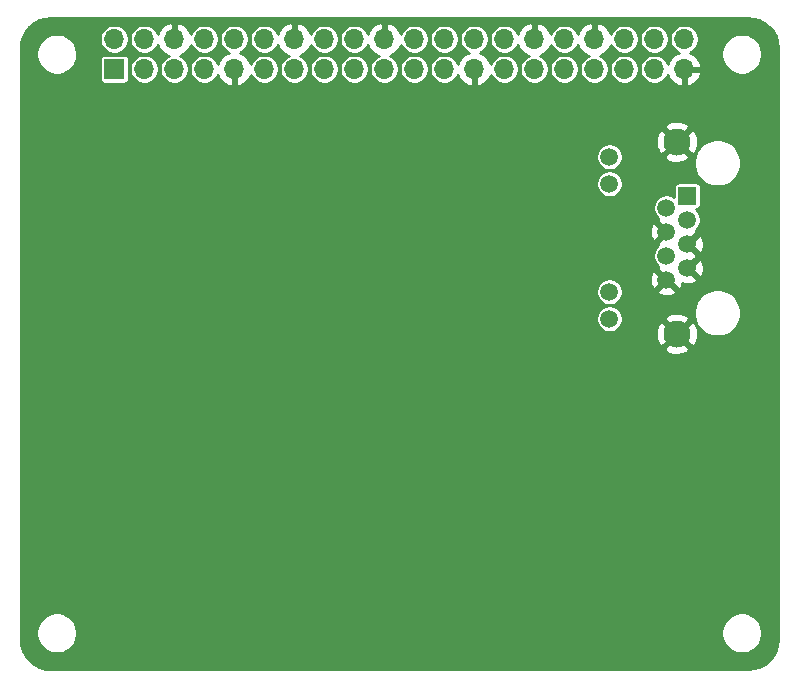
<source format=gbl>
G04 #@! TF.GenerationSoftware,KiCad,Pcbnew,(5.1.7)-1*
G04 #@! TF.CreationDate,2020-10-30T03:26:27-04:00*
G04 #@! TF.ProjectId,server-hat,73657276-6572-42d6-9861-742e6b696361,rev?*
G04 #@! TF.SameCoordinates,Original*
G04 #@! TF.FileFunction,Copper,L2,Bot*
G04 #@! TF.FilePolarity,Positive*
%FSLAX46Y46*%
G04 Gerber Fmt 4.6, Leading zero omitted, Abs format (unit mm)*
G04 Created by KiCad (PCBNEW (5.1.7)-1) date 2020-10-30 03:26:27*
%MOMM*%
%LPD*%
G01*
G04 APERTURE LIST*
G04 #@! TA.AperFunction,ComponentPad*
%ADD10C,1.500000*%
G04 #@! TD*
G04 #@! TA.AperFunction,ComponentPad*
%ADD11C,2.300000*%
G04 #@! TD*
G04 #@! TA.AperFunction,ComponentPad*
%ADD12R,1.500000X1.500000*%
G04 #@! TD*
G04 #@! TA.AperFunction,ComponentPad*
%ADD13R,1.700000X1.700000*%
G04 #@! TD*
G04 #@! TA.AperFunction,ComponentPad*
%ADD14O,1.700000X1.700000*%
G04 #@! TD*
G04 #@! TA.AperFunction,ViaPad*
%ADD15C,0.620000*%
G04 #@! TD*
G04 #@! TA.AperFunction,Conductor*
%ADD16C,0.254000*%
G04 #@! TD*
G04 #@! TA.AperFunction,Conductor*
%ADD17C,0.150000*%
G04 #@! TD*
G04 APERTURE END LIST*
D10*
X250296000Y-119907000D03*
X250296000Y-117617000D03*
X250296000Y-108477000D03*
X250296000Y-106187000D03*
D11*
X256006000Y-104917000D03*
X256006000Y-121177000D03*
D10*
X255116000Y-116599000D03*
X255116000Y-114567000D03*
X255116000Y-112535000D03*
X255116000Y-110503000D03*
X256896000Y-115583000D03*
X256896000Y-113551000D03*
X256896000Y-111519000D03*
D12*
X256896000Y-109487000D03*
D13*
X208370000Y-98770000D03*
D14*
X208370000Y-96230000D03*
X210910000Y-98770000D03*
X210910000Y-96230000D03*
X213450000Y-98770000D03*
X213450000Y-96230000D03*
X215990000Y-98770000D03*
X215990000Y-96230000D03*
X218530000Y-98770000D03*
X218530000Y-96230000D03*
X221070000Y-98770000D03*
X221070000Y-96230000D03*
X223610000Y-98770000D03*
X223610000Y-96230000D03*
X226150000Y-98770000D03*
X226150000Y-96230000D03*
X228690000Y-98770000D03*
X228690000Y-96230000D03*
X231230000Y-98770000D03*
X231230000Y-96230000D03*
X233770000Y-98770000D03*
X233770000Y-96230000D03*
X236310000Y-98770000D03*
X236310000Y-96230000D03*
X238850000Y-98770000D03*
X238850000Y-96230000D03*
X241390000Y-98770000D03*
X241390000Y-96230000D03*
X243930000Y-98770000D03*
X243930000Y-96230000D03*
X246470000Y-98770000D03*
X246470000Y-96230000D03*
X249010000Y-98770000D03*
X249010000Y-96230000D03*
X251550000Y-98770000D03*
X251550000Y-96230000D03*
X254090000Y-98770000D03*
X254090000Y-96230000D03*
X256630000Y-98770000D03*
X256630000Y-96230000D03*
D15*
X245085000Y-108344000D03*
X236576000Y-115456000D03*
X236703000Y-117488000D03*
X201270000Y-106947000D03*
X201270000Y-111646000D03*
X236449000Y-111900000D03*
D16*
X262498586Y-94481954D02*
X262978182Y-94626753D01*
X263420520Y-94861948D01*
X263808750Y-95178580D01*
X264128083Y-95564587D01*
X264366361Y-96005274D01*
X264514504Y-96483847D01*
X264569001Y-97002348D01*
X264569000Y-146978921D01*
X264518046Y-147498586D01*
X264373247Y-147978185D01*
X264138053Y-148420520D01*
X263821420Y-148808750D01*
X263435413Y-149128083D01*
X262994725Y-149366361D01*
X262516153Y-149514504D01*
X261997661Y-149569000D01*
X203021079Y-149569000D01*
X202501414Y-149518046D01*
X202021815Y-149373247D01*
X201579480Y-149138053D01*
X201191250Y-148821420D01*
X200871917Y-148435413D01*
X200633639Y-147994725D01*
X200485496Y-147516153D01*
X200431000Y-146997661D01*
X200431000Y-146329511D01*
X201769000Y-146329511D01*
X201769000Y-146670489D01*
X201835521Y-147004914D01*
X201966007Y-147319936D01*
X202155444Y-147603448D01*
X202396552Y-147844556D01*
X202680064Y-148033993D01*
X202995086Y-148164479D01*
X203329511Y-148231000D01*
X203670489Y-148231000D01*
X204004914Y-148164479D01*
X204319936Y-148033993D01*
X204603448Y-147844556D01*
X204844556Y-147603448D01*
X205033993Y-147319936D01*
X205164479Y-147004914D01*
X205231000Y-146670489D01*
X205231000Y-146329511D01*
X259769000Y-146329511D01*
X259769000Y-146670489D01*
X259835521Y-147004914D01*
X259966007Y-147319936D01*
X260155444Y-147603448D01*
X260396552Y-147844556D01*
X260680064Y-148033993D01*
X260995086Y-148164479D01*
X261329511Y-148231000D01*
X261670489Y-148231000D01*
X262004914Y-148164479D01*
X262319936Y-148033993D01*
X262603448Y-147844556D01*
X262844556Y-147603448D01*
X263033993Y-147319936D01*
X263164479Y-147004914D01*
X263231000Y-146670489D01*
X263231000Y-146329511D01*
X263164479Y-145995086D01*
X263033993Y-145680064D01*
X262844556Y-145396552D01*
X262603448Y-145155444D01*
X262319936Y-144966007D01*
X262004914Y-144835521D01*
X261670489Y-144769000D01*
X261329511Y-144769000D01*
X260995086Y-144835521D01*
X260680064Y-144966007D01*
X260396552Y-145155444D01*
X260155444Y-145396552D01*
X259966007Y-145680064D01*
X259835521Y-145995086D01*
X259769000Y-146329511D01*
X205231000Y-146329511D01*
X205164479Y-145995086D01*
X205033993Y-145680064D01*
X204844556Y-145396552D01*
X204603448Y-145155444D01*
X204319936Y-144966007D01*
X204004914Y-144835521D01*
X203670489Y-144769000D01*
X203329511Y-144769000D01*
X202995086Y-144835521D01*
X202680064Y-144966007D01*
X202396552Y-145155444D01*
X202155444Y-145396552D01*
X201966007Y-145680064D01*
X201835521Y-145995086D01*
X201769000Y-146329511D01*
X200431000Y-146329511D01*
X200431000Y-122419349D01*
X254943256Y-122419349D01*
X255057118Y-122699090D01*
X255372296Y-122854961D01*
X255711826Y-122946349D01*
X256062661Y-122969741D01*
X256411319Y-122924240D01*
X256744400Y-122811594D01*
X256954882Y-122699090D01*
X257068744Y-122419349D01*
X256006000Y-121356605D01*
X254943256Y-122419349D01*
X200431000Y-122419349D01*
X200431000Y-121233661D01*
X254213259Y-121233661D01*
X254258760Y-121582319D01*
X254371406Y-121915400D01*
X254483910Y-122125882D01*
X254763651Y-122239744D01*
X255826395Y-121177000D01*
X256185605Y-121177000D01*
X257248349Y-122239744D01*
X257528090Y-122125882D01*
X257683961Y-121810704D01*
X257775349Y-121471174D01*
X257798741Y-121120339D01*
X257753240Y-120771681D01*
X257640594Y-120438600D01*
X257528090Y-120228118D01*
X257248349Y-120114256D01*
X256185605Y-121177000D01*
X255826395Y-121177000D01*
X254763651Y-120114256D01*
X254483910Y-120228118D01*
X254328039Y-120543296D01*
X254236651Y-120882826D01*
X254213259Y-121233661D01*
X200431000Y-121233661D01*
X200431000Y-119795606D01*
X249165000Y-119795606D01*
X249165000Y-120018394D01*
X249208464Y-120236900D01*
X249293721Y-120442729D01*
X249417495Y-120627970D01*
X249575030Y-120785505D01*
X249760271Y-120909279D01*
X249966100Y-120994536D01*
X250184606Y-121038000D01*
X250407394Y-121038000D01*
X250625900Y-120994536D01*
X250831729Y-120909279D01*
X251016970Y-120785505D01*
X251174505Y-120627970D01*
X251298279Y-120442729D01*
X251383536Y-120236900D01*
X251427000Y-120018394D01*
X251427000Y-119934651D01*
X254943256Y-119934651D01*
X256006000Y-120997395D01*
X257068744Y-119934651D01*
X256954882Y-119654910D01*
X256639704Y-119499039D01*
X256300174Y-119407651D01*
X255949339Y-119384259D01*
X255600681Y-119429760D01*
X255267600Y-119542406D01*
X255057118Y-119654910D01*
X254943256Y-119934651D01*
X251427000Y-119934651D01*
X251427000Y-119795606D01*
X251383536Y-119577100D01*
X251298279Y-119371271D01*
X251183456Y-119199426D01*
X257430000Y-119199426D01*
X257430000Y-119594574D01*
X257507090Y-119982129D01*
X257658306Y-120347197D01*
X257877838Y-120675750D01*
X258157250Y-120955162D01*
X258485803Y-121174694D01*
X258850871Y-121325910D01*
X259238426Y-121403000D01*
X259633574Y-121403000D01*
X260021129Y-121325910D01*
X260386197Y-121174694D01*
X260714750Y-120955162D01*
X260994162Y-120675750D01*
X261213694Y-120347197D01*
X261364910Y-119982129D01*
X261442000Y-119594574D01*
X261442000Y-119199426D01*
X261364910Y-118811871D01*
X261213694Y-118446803D01*
X260994162Y-118118250D01*
X260714750Y-117838838D01*
X260386197Y-117619306D01*
X260021129Y-117468090D01*
X259633574Y-117391000D01*
X259238426Y-117391000D01*
X258850871Y-117468090D01*
X258485803Y-117619306D01*
X258157250Y-117838838D01*
X257877838Y-118118250D01*
X257658306Y-118446803D01*
X257507090Y-118811871D01*
X257430000Y-119199426D01*
X251183456Y-119199426D01*
X251174505Y-119186030D01*
X251016970Y-119028495D01*
X250831729Y-118904721D01*
X250625900Y-118819464D01*
X250407394Y-118776000D01*
X250184606Y-118776000D01*
X249966100Y-118819464D01*
X249760271Y-118904721D01*
X249575030Y-119028495D01*
X249417495Y-119186030D01*
X249293721Y-119371271D01*
X249208464Y-119577100D01*
X249165000Y-119795606D01*
X200431000Y-119795606D01*
X200431000Y-117505606D01*
X249165000Y-117505606D01*
X249165000Y-117728394D01*
X249208464Y-117946900D01*
X249293721Y-118152729D01*
X249417495Y-118337970D01*
X249575030Y-118495505D01*
X249760271Y-118619279D01*
X249966100Y-118704536D01*
X250184606Y-118748000D01*
X250407394Y-118748000D01*
X250625900Y-118704536D01*
X250831729Y-118619279D01*
X251016970Y-118495505D01*
X251174505Y-118337970D01*
X251298279Y-118152729D01*
X251383536Y-117946900D01*
X251427000Y-117728394D01*
X251427000Y-117555993D01*
X254338612Y-117555993D01*
X254404137Y-117794860D01*
X254651116Y-117910760D01*
X254915960Y-117976250D01*
X255188492Y-117988812D01*
X255458238Y-117947965D01*
X255714832Y-117855277D01*
X255827863Y-117794860D01*
X255893388Y-117555993D01*
X255116000Y-116778605D01*
X254338612Y-117555993D01*
X251427000Y-117555993D01*
X251427000Y-117505606D01*
X251383536Y-117287100D01*
X251298279Y-117081271D01*
X251174505Y-116896030D01*
X251016970Y-116738495D01*
X250916693Y-116671492D01*
X253726188Y-116671492D01*
X253767035Y-116941238D01*
X253859723Y-117197832D01*
X253920140Y-117310863D01*
X254159007Y-117376388D01*
X254936395Y-116599000D01*
X254159007Y-115821612D01*
X253920140Y-115887137D01*
X253804240Y-116134116D01*
X253738750Y-116398960D01*
X253726188Y-116671492D01*
X250916693Y-116671492D01*
X250831729Y-116614721D01*
X250625900Y-116529464D01*
X250407394Y-116486000D01*
X250184606Y-116486000D01*
X249966100Y-116529464D01*
X249760271Y-116614721D01*
X249575030Y-116738495D01*
X249417495Y-116896030D01*
X249293721Y-117081271D01*
X249208464Y-117287100D01*
X249165000Y-117505606D01*
X200431000Y-117505606D01*
X200431000Y-112607492D01*
X253726188Y-112607492D01*
X253767035Y-112877238D01*
X253859723Y-113133832D01*
X253920140Y-113246863D01*
X254159007Y-113312388D01*
X254936395Y-112535000D01*
X254159007Y-111757612D01*
X253920140Y-111823137D01*
X253804240Y-112070116D01*
X253738750Y-112334960D01*
X253726188Y-112607492D01*
X200431000Y-112607492D01*
X200431000Y-110391606D01*
X253985000Y-110391606D01*
X253985000Y-110614394D01*
X254028464Y-110832900D01*
X254113721Y-111038729D01*
X254237495Y-111223970D01*
X254393057Y-111379532D01*
X254338612Y-111578007D01*
X255116000Y-112355395D01*
X255130143Y-112341253D01*
X255309748Y-112520858D01*
X255295605Y-112535000D01*
X255309748Y-112549143D01*
X255130143Y-112728748D01*
X255116000Y-112714605D01*
X254338612Y-113491993D01*
X254393057Y-113690468D01*
X254237495Y-113846030D01*
X254113721Y-114031271D01*
X254028464Y-114237100D01*
X253985000Y-114455606D01*
X253985000Y-114678394D01*
X254028464Y-114896900D01*
X254113721Y-115102729D01*
X254237495Y-115287970D01*
X254393057Y-115443532D01*
X254338612Y-115642007D01*
X255116000Y-116419395D01*
X255130143Y-116405253D01*
X255309748Y-116584858D01*
X255295605Y-116599000D01*
X256072993Y-117376388D01*
X256311860Y-117310863D01*
X256427760Y-117063884D01*
X256467364Y-116903723D01*
X256695960Y-116960250D01*
X256968492Y-116972812D01*
X257238238Y-116931965D01*
X257494832Y-116839277D01*
X257607863Y-116778860D01*
X257673388Y-116539993D01*
X256896000Y-115762605D01*
X256881858Y-115776748D01*
X256702253Y-115597143D01*
X256716395Y-115583000D01*
X257075605Y-115583000D01*
X257852993Y-116360388D01*
X258091860Y-116294863D01*
X258207760Y-116047884D01*
X258273250Y-115783040D01*
X258285812Y-115510508D01*
X258244965Y-115240762D01*
X258152277Y-114984168D01*
X258091860Y-114871137D01*
X257852993Y-114805612D01*
X257075605Y-115583000D01*
X256716395Y-115583000D01*
X256702253Y-115568858D01*
X256881858Y-115389253D01*
X256896000Y-115403395D01*
X257490583Y-114808812D01*
X257494832Y-114807277D01*
X257607863Y-114746860D01*
X257628778Y-114670617D01*
X257673388Y-114626007D01*
X257657201Y-114567000D01*
X257673388Y-114507993D01*
X257628778Y-114463383D01*
X257607863Y-114387140D01*
X257503614Y-114338219D01*
X256896000Y-113730605D01*
X256881858Y-113744748D01*
X256702253Y-113565143D01*
X256716395Y-113551000D01*
X257075605Y-113551000D01*
X257852993Y-114328388D01*
X258091860Y-114262863D01*
X258207760Y-114015884D01*
X258273250Y-113751040D01*
X258285812Y-113478508D01*
X258244965Y-113208762D01*
X258152277Y-112952168D01*
X258091860Y-112839137D01*
X257852993Y-112773612D01*
X257075605Y-113551000D01*
X256716395Y-113551000D01*
X256702253Y-113536858D01*
X256881858Y-113357253D01*
X256896000Y-113371395D01*
X257673388Y-112594007D01*
X257618943Y-112395532D01*
X257774505Y-112239970D01*
X257898279Y-112054729D01*
X257983536Y-111848900D01*
X258027000Y-111630394D01*
X258027000Y-111407606D01*
X257983536Y-111189100D01*
X257898279Y-110983271D01*
X257774505Y-110798030D01*
X257616970Y-110640495D01*
X257586062Y-110619843D01*
X257646000Y-110619843D01*
X257720689Y-110612487D01*
X257792508Y-110590701D01*
X257858696Y-110555322D01*
X257916711Y-110507711D01*
X257964322Y-110449696D01*
X257999701Y-110383508D01*
X258021487Y-110311689D01*
X258028843Y-110237000D01*
X258028843Y-108737000D01*
X258021487Y-108662311D01*
X257999701Y-108590492D01*
X257964322Y-108524304D01*
X257916711Y-108466289D01*
X257858696Y-108418678D01*
X257792508Y-108383299D01*
X257720689Y-108361513D01*
X257646000Y-108354157D01*
X256146000Y-108354157D01*
X256071311Y-108361513D01*
X255999492Y-108383299D01*
X255933304Y-108418678D01*
X255875289Y-108466289D01*
X255827678Y-108524304D01*
X255792299Y-108590492D01*
X255770513Y-108662311D01*
X255763157Y-108737000D01*
X255763157Y-109575175D01*
X255651729Y-109500721D01*
X255445900Y-109415464D01*
X255227394Y-109372000D01*
X255004606Y-109372000D01*
X254786100Y-109415464D01*
X254580271Y-109500721D01*
X254395030Y-109624495D01*
X254237495Y-109782030D01*
X254113721Y-109967271D01*
X254028464Y-110173100D01*
X253985000Y-110391606D01*
X200431000Y-110391606D01*
X200431000Y-108365606D01*
X249165000Y-108365606D01*
X249165000Y-108588394D01*
X249208464Y-108806900D01*
X249293721Y-109012729D01*
X249417495Y-109197970D01*
X249575030Y-109355505D01*
X249760271Y-109479279D01*
X249966100Y-109564536D01*
X250184606Y-109608000D01*
X250407394Y-109608000D01*
X250625900Y-109564536D01*
X250831729Y-109479279D01*
X251016970Y-109355505D01*
X251174505Y-109197970D01*
X251298279Y-109012729D01*
X251383536Y-108806900D01*
X251427000Y-108588394D01*
X251427000Y-108365606D01*
X251383536Y-108147100D01*
X251298279Y-107941271D01*
X251174505Y-107756030D01*
X251016970Y-107598495D01*
X250831729Y-107474721D01*
X250625900Y-107389464D01*
X250407394Y-107346000D01*
X250184606Y-107346000D01*
X249966100Y-107389464D01*
X249760271Y-107474721D01*
X249575030Y-107598495D01*
X249417495Y-107756030D01*
X249293721Y-107941271D01*
X249208464Y-108147100D01*
X249165000Y-108365606D01*
X200431000Y-108365606D01*
X200431000Y-106075606D01*
X249165000Y-106075606D01*
X249165000Y-106298394D01*
X249208464Y-106516900D01*
X249293721Y-106722729D01*
X249417495Y-106907970D01*
X249575030Y-107065505D01*
X249760271Y-107189279D01*
X249966100Y-107274536D01*
X250184606Y-107318000D01*
X250407394Y-107318000D01*
X250625900Y-107274536D01*
X250831729Y-107189279D01*
X251016970Y-107065505D01*
X251174505Y-106907970D01*
X251298279Y-106722729D01*
X251383536Y-106516900D01*
X251427000Y-106298394D01*
X251427000Y-106159349D01*
X254943256Y-106159349D01*
X255057118Y-106439090D01*
X255372296Y-106594961D01*
X255711826Y-106686349D01*
X256062661Y-106709741D01*
X256411319Y-106664240D01*
X256744400Y-106551594D01*
X256842000Y-106499426D01*
X257430000Y-106499426D01*
X257430000Y-106894574D01*
X257507090Y-107282129D01*
X257658306Y-107647197D01*
X257877838Y-107975750D01*
X258157250Y-108255162D01*
X258485803Y-108474694D01*
X258850871Y-108625910D01*
X259238426Y-108703000D01*
X259633574Y-108703000D01*
X260021129Y-108625910D01*
X260386197Y-108474694D01*
X260714750Y-108255162D01*
X260994162Y-107975750D01*
X261213694Y-107647197D01*
X261364910Y-107282129D01*
X261442000Y-106894574D01*
X261442000Y-106499426D01*
X261364910Y-106111871D01*
X261213694Y-105746803D01*
X260994162Y-105418250D01*
X260714750Y-105138838D01*
X260386197Y-104919306D01*
X260021129Y-104768090D01*
X259633574Y-104691000D01*
X259238426Y-104691000D01*
X258850871Y-104768090D01*
X258485803Y-104919306D01*
X258157250Y-105138838D01*
X257877838Y-105418250D01*
X257658306Y-105746803D01*
X257507090Y-106111871D01*
X257430000Y-106499426D01*
X256842000Y-106499426D01*
X256954882Y-106439090D01*
X257068744Y-106159349D01*
X256006000Y-105096605D01*
X254943256Y-106159349D01*
X251427000Y-106159349D01*
X251427000Y-106075606D01*
X251383536Y-105857100D01*
X251298279Y-105651271D01*
X251174505Y-105466030D01*
X251016970Y-105308495D01*
X250831729Y-105184721D01*
X250625900Y-105099464D01*
X250407394Y-105056000D01*
X250184606Y-105056000D01*
X249966100Y-105099464D01*
X249760271Y-105184721D01*
X249575030Y-105308495D01*
X249417495Y-105466030D01*
X249293721Y-105651271D01*
X249208464Y-105857100D01*
X249165000Y-106075606D01*
X200431000Y-106075606D01*
X200431000Y-104973661D01*
X254213259Y-104973661D01*
X254258760Y-105322319D01*
X254371406Y-105655400D01*
X254483910Y-105865882D01*
X254763651Y-105979744D01*
X255826395Y-104917000D01*
X256185605Y-104917000D01*
X257248349Y-105979744D01*
X257528090Y-105865882D01*
X257683961Y-105550704D01*
X257775349Y-105211174D01*
X257798741Y-104860339D01*
X257753240Y-104511681D01*
X257640594Y-104178600D01*
X257528090Y-103968118D01*
X257248349Y-103854256D01*
X256185605Y-104917000D01*
X255826395Y-104917000D01*
X254763651Y-103854256D01*
X254483910Y-103968118D01*
X254328039Y-104283296D01*
X254236651Y-104622826D01*
X254213259Y-104973661D01*
X200431000Y-104973661D01*
X200431000Y-103674651D01*
X254943256Y-103674651D01*
X256006000Y-104737395D01*
X257068744Y-103674651D01*
X256954882Y-103394910D01*
X256639704Y-103239039D01*
X256300174Y-103147651D01*
X255949339Y-103124259D01*
X255600681Y-103169760D01*
X255267600Y-103282406D01*
X255057118Y-103394910D01*
X254943256Y-103674651D01*
X200431000Y-103674651D01*
X200431000Y-97329511D01*
X201769000Y-97329511D01*
X201769000Y-97670489D01*
X201835521Y-98004914D01*
X201966007Y-98319936D01*
X202155444Y-98603448D01*
X202396552Y-98844556D01*
X202680064Y-99033993D01*
X202995086Y-99164479D01*
X203329511Y-99231000D01*
X203670489Y-99231000D01*
X204004914Y-99164479D01*
X204319936Y-99033993D01*
X204603448Y-98844556D01*
X204844556Y-98603448D01*
X205033993Y-98319936D01*
X205164479Y-98004914D01*
X205181369Y-97920000D01*
X207137157Y-97920000D01*
X207137157Y-99620000D01*
X207144513Y-99694689D01*
X207166299Y-99766508D01*
X207201678Y-99832696D01*
X207249289Y-99890711D01*
X207307304Y-99938322D01*
X207373492Y-99973701D01*
X207445311Y-99995487D01*
X207520000Y-100002843D01*
X209220000Y-100002843D01*
X209294689Y-99995487D01*
X209366508Y-99973701D01*
X209432696Y-99938322D01*
X209490711Y-99890711D01*
X209538322Y-99832696D01*
X209573701Y-99766508D01*
X209595487Y-99694689D01*
X209602843Y-99620000D01*
X209602843Y-98648757D01*
X209679000Y-98648757D01*
X209679000Y-98891243D01*
X209726307Y-99129069D01*
X209819102Y-99353097D01*
X209953820Y-99554717D01*
X210125283Y-99726180D01*
X210326903Y-99860898D01*
X210550931Y-99953693D01*
X210788757Y-100001000D01*
X211031243Y-100001000D01*
X211269069Y-99953693D01*
X211493097Y-99860898D01*
X211694717Y-99726180D01*
X211866180Y-99554717D01*
X212000898Y-99353097D01*
X212093693Y-99129069D01*
X212141000Y-98891243D01*
X212141000Y-98648757D01*
X212093693Y-98410931D01*
X212000898Y-98186903D01*
X211866180Y-97985283D01*
X211694717Y-97813820D01*
X211493097Y-97679102D01*
X211269069Y-97586307D01*
X211031243Y-97539000D01*
X210788757Y-97539000D01*
X210550931Y-97586307D01*
X210326903Y-97679102D01*
X210125283Y-97813820D01*
X209953820Y-97985283D01*
X209819102Y-98186903D01*
X209726307Y-98410931D01*
X209679000Y-98648757D01*
X209602843Y-98648757D01*
X209602843Y-97920000D01*
X209595487Y-97845311D01*
X209573701Y-97773492D01*
X209538322Y-97707304D01*
X209490711Y-97649289D01*
X209432696Y-97601678D01*
X209366508Y-97566299D01*
X209294689Y-97544513D01*
X209220000Y-97537157D01*
X207520000Y-97537157D01*
X207445311Y-97544513D01*
X207373492Y-97566299D01*
X207307304Y-97601678D01*
X207249289Y-97649289D01*
X207201678Y-97707304D01*
X207166299Y-97773492D01*
X207144513Y-97845311D01*
X207137157Y-97920000D01*
X205181369Y-97920000D01*
X205231000Y-97670489D01*
X205231000Y-97329511D01*
X205164479Y-96995086D01*
X205033993Y-96680064D01*
X204844556Y-96396552D01*
X204603448Y-96155444D01*
X204533577Y-96108757D01*
X207139000Y-96108757D01*
X207139000Y-96351243D01*
X207186307Y-96589069D01*
X207279102Y-96813097D01*
X207413820Y-97014717D01*
X207585283Y-97186180D01*
X207786903Y-97320898D01*
X208010931Y-97413693D01*
X208248757Y-97461000D01*
X208491243Y-97461000D01*
X208729069Y-97413693D01*
X208953097Y-97320898D01*
X209154717Y-97186180D01*
X209326180Y-97014717D01*
X209460898Y-96813097D01*
X209553693Y-96589069D01*
X209601000Y-96351243D01*
X209601000Y-96108757D01*
X209679000Y-96108757D01*
X209679000Y-96351243D01*
X209726307Y-96589069D01*
X209819102Y-96813097D01*
X209953820Y-97014717D01*
X210125283Y-97186180D01*
X210326903Y-97320898D01*
X210550931Y-97413693D01*
X210788757Y-97461000D01*
X211031243Y-97461000D01*
X211269069Y-97413693D01*
X211493097Y-97320898D01*
X211694717Y-97186180D01*
X211866180Y-97014717D01*
X212000898Y-96813097D01*
X212048228Y-96698832D01*
X212105843Y-96861252D01*
X212254822Y-97111355D01*
X212449731Y-97327588D01*
X212683080Y-97501641D01*
X212945901Y-97626825D01*
X212973154Y-97635091D01*
X212866903Y-97679102D01*
X212665283Y-97813820D01*
X212493820Y-97985283D01*
X212359102Y-98186903D01*
X212266307Y-98410931D01*
X212219000Y-98648757D01*
X212219000Y-98891243D01*
X212266307Y-99129069D01*
X212359102Y-99353097D01*
X212493820Y-99554717D01*
X212665283Y-99726180D01*
X212866903Y-99860898D01*
X213090931Y-99953693D01*
X213328757Y-100001000D01*
X213571243Y-100001000D01*
X213809069Y-99953693D01*
X214033097Y-99860898D01*
X214234717Y-99726180D01*
X214406180Y-99554717D01*
X214540898Y-99353097D01*
X214633693Y-99129069D01*
X214681000Y-98891243D01*
X214681000Y-98648757D01*
X214759000Y-98648757D01*
X214759000Y-98891243D01*
X214806307Y-99129069D01*
X214899102Y-99353097D01*
X215033820Y-99554717D01*
X215205283Y-99726180D01*
X215406903Y-99860898D01*
X215630931Y-99953693D01*
X215868757Y-100001000D01*
X216111243Y-100001000D01*
X216349069Y-99953693D01*
X216573097Y-99860898D01*
X216774717Y-99726180D01*
X216946180Y-99554717D01*
X217080898Y-99353097D01*
X217128228Y-99238832D01*
X217185843Y-99401252D01*
X217334822Y-99651355D01*
X217529731Y-99867588D01*
X217763080Y-100041641D01*
X218025901Y-100166825D01*
X218173110Y-100211476D01*
X218403000Y-100090155D01*
X218403000Y-98897000D01*
X218383000Y-98897000D01*
X218383000Y-98643000D01*
X218403000Y-98643000D01*
X218403000Y-98623000D01*
X218657000Y-98623000D01*
X218657000Y-98643000D01*
X218677000Y-98643000D01*
X218677000Y-98897000D01*
X218657000Y-98897000D01*
X218657000Y-100090155D01*
X218886890Y-100211476D01*
X219034099Y-100166825D01*
X219296920Y-100041641D01*
X219530269Y-99867588D01*
X219725178Y-99651355D01*
X219874157Y-99401252D01*
X219931772Y-99238832D01*
X219979102Y-99353097D01*
X220113820Y-99554717D01*
X220285283Y-99726180D01*
X220486903Y-99860898D01*
X220710931Y-99953693D01*
X220948757Y-100001000D01*
X221191243Y-100001000D01*
X221429069Y-99953693D01*
X221653097Y-99860898D01*
X221854717Y-99726180D01*
X222026180Y-99554717D01*
X222160898Y-99353097D01*
X222253693Y-99129069D01*
X222301000Y-98891243D01*
X222301000Y-98648757D01*
X222253693Y-98410931D01*
X222160898Y-98186903D01*
X222026180Y-97985283D01*
X221854717Y-97813820D01*
X221653097Y-97679102D01*
X221429069Y-97586307D01*
X221191243Y-97539000D01*
X220948757Y-97539000D01*
X220710931Y-97586307D01*
X220486903Y-97679102D01*
X220285283Y-97813820D01*
X220113820Y-97985283D01*
X219979102Y-98186903D01*
X219931772Y-98301168D01*
X219874157Y-98138748D01*
X219725178Y-97888645D01*
X219530269Y-97672412D01*
X219296920Y-97498359D01*
X219034099Y-97373175D01*
X219006846Y-97364909D01*
X219113097Y-97320898D01*
X219314717Y-97186180D01*
X219486180Y-97014717D01*
X219620898Y-96813097D01*
X219713693Y-96589069D01*
X219761000Y-96351243D01*
X219761000Y-96108757D01*
X219839000Y-96108757D01*
X219839000Y-96351243D01*
X219886307Y-96589069D01*
X219979102Y-96813097D01*
X220113820Y-97014717D01*
X220285283Y-97186180D01*
X220486903Y-97320898D01*
X220710931Y-97413693D01*
X220948757Y-97461000D01*
X221191243Y-97461000D01*
X221429069Y-97413693D01*
X221653097Y-97320898D01*
X221854717Y-97186180D01*
X222026180Y-97014717D01*
X222160898Y-96813097D01*
X222208228Y-96698832D01*
X222265843Y-96861252D01*
X222414822Y-97111355D01*
X222609731Y-97327588D01*
X222843080Y-97501641D01*
X223105901Y-97626825D01*
X223133154Y-97635091D01*
X223026903Y-97679102D01*
X222825283Y-97813820D01*
X222653820Y-97985283D01*
X222519102Y-98186903D01*
X222426307Y-98410931D01*
X222379000Y-98648757D01*
X222379000Y-98891243D01*
X222426307Y-99129069D01*
X222519102Y-99353097D01*
X222653820Y-99554717D01*
X222825283Y-99726180D01*
X223026903Y-99860898D01*
X223250931Y-99953693D01*
X223488757Y-100001000D01*
X223731243Y-100001000D01*
X223969069Y-99953693D01*
X224193097Y-99860898D01*
X224394717Y-99726180D01*
X224566180Y-99554717D01*
X224700898Y-99353097D01*
X224793693Y-99129069D01*
X224841000Y-98891243D01*
X224841000Y-98648757D01*
X224919000Y-98648757D01*
X224919000Y-98891243D01*
X224966307Y-99129069D01*
X225059102Y-99353097D01*
X225193820Y-99554717D01*
X225365283Y-99726180D01*
X225566903Y-99860898D01*
X225790931Y-99953693D01*
X226028757Y-100001000D01*
X226271243Y-100001000D01*
X226509069Y-99953693D01*
X226733097Y-99860898D01*
X226934717Y-99726180D01*
X227106180Y-99554717D01*
X227240898Y-99353097D01*
X227333693Y-99129069D01*
X227381000Y-98891243D01*
X227381000Y-98648757D01*
X227459000Y-98648757D01*
X227459000Y-98891243D01*
X227506307Y-99129069D01*
X227599102Y-99353097D01*
X227733820Y-99554717D01*
X227905283Y-99726180D01*
X228106903Y-99860898D01*
X228330931Y-99953693D01*
X228568757Y-100001000D01*
X228811243Y-100001000D01*
X229049069Y-99953693D01*
X229273097Y-99860898D01*
X229474717Y-99726180D01*
X229646180Y-99554717D01*
X229780898Y-99353097D01*
X229873693Y-99129069D01*
X229921000Y-98891243D01*
X229921000Y-98648757D01*
X229873693Y-98410931D01*
X229780898Y-98186903D01*
X229646180Y-97985283D01*
X229474717Y-97813820D01*
X229273097Y-97679102D01*
X229049069Y-97586307D01*
X228811243Y-97539000D01*
X228568757Y-97539000D01*
X228330931Y-97586307D01*
X228106903Y-97679102D01*
X227905283Y-97813820D01*
X227733820Y-97985283D01*
X227599102Y-98186903D01*
X227506307Y-98410931D01*
X227459000Y-98648757D01*
X227381000Y-98648757D01*
X227333693Y-98410931D01*
X227240898Y-98186903D01*
X227106180Y-97985283D01*
X226934717Y-97813820D01*
X226733097Y-97679102D01*
X226509069Y-97586307D01*
X226271243Y-97539000D01*
X226028757Y-97539000D01*
X225790931Y-97586307D01*
X225566903Y-97679102D01*
X225365283Y-97813820D01*
X225193820Y-97985283D01*
X225059102Y-98186903D01*
X224966307Y-98410931D01*
X224919000Y-98648757D01*
X224841000Y-98648757D01*
X224793693Y-98410931D01*
X224700898Y-98186903D01*
X224566180Y-97985283D01*
X224394717Y-97813820D01*
X224193097Y-97679102D01*
X224086846Y-97635091D01*
X224114099Y-97626825D01*
X224376920Y-97501641D01*
X224610269Y-97327588D01*
X224805178Y-97111355D01*
X224954157Y-96861252D01*
X225011772Y-96698832D01*
X225059102Y-96813097D01*
X225193820Y-97014717D01*
X225365283Y-97186180D01*
X225566903Y-97320898D01*
X225790931Y-97413693D01*
X226028757Y-97461000D01*
X226271243Y-97461000D01*
X226509069Y-97413693D01*
X226733097Y-97320898D01*
X226934717Y-97186180D01*
X227106180Y-97014717D01*
X227240898Y-96813097D01*
X227333693Y-96589069D01*
X227381000Y-96351243D01*
X227381000Y-96108757D01*
X227459000Y-96108757D01*
X227459000Y-96351243D01*
X227506307Y-96589069D01*
X227599102Y-96813097D01*
X227733820Y-97014717D01*
X227905283Y-97186180D01*
X228106903Y-97320898D01*
X228330931Y-97413693D01*
X228568757Y-97461000D01*
X228811243Y-97461000D01*
X229049069Y-97413693D01*
X229273097Y-97320898D01*
X229474717Y-97186180D01*
X229646180Y-97014717D01*
X229780898Y-96813097D01*
X229828228Y-96698832D01*
X229885843Y-96861252D01*
X230034822Y-97111355D01*
X230229731Y-97327588D01*
X230463080Y-97501641D01*
X230725901Y-97626825D01*
X230753154Y-97635091D01*
X230646903Y-97679102D01*
X230445283Y-97813820D01*
X230273820Y-97985283D01*
X230139102Y-98186903D01*
X230046307Y-98410931D01*
X229999000Y-98648757D01*
X229999000Y-98891243D01*
X230046307Y-99129069D01*
X230139102Y-99353097D01*
X230273820Y-99554717D01*
X230445283Y-99726180D01*
X230646903Y-99860898D01*
X230870931Y-99953693D01*
X231108757Y-100001000D01*
X231351243Y-100001000D01*
X231589069Y-99953693D01*
X231813097Y-99860898D01*
X232014717Y-99726180D01*
X232186180Y-99554717D01*
X232320898Y-99353097D01*
X232413693Y-99129069D01*
X232461000Y-98891243D01*
X232461000Y-98648757D01*
X232539000Y-98648757D01*
X232539000Y-98891243D01*
X232586307Y-99129069D01*
X232679102Y-99353097D01*
X232813820Y-99554717D01*
X232985283Y-99726180D01*
X233186903Y-99860898D01*
X233410931Y-99953693D01*
X233648757Y-100001000D01*
X233891243Y-100001000D01*
X234129069Y-99953693D01*
X234353097Y-99860898D01*
X234554717Y-99726180D01*
X234726180Y-99554717D01*
X234860898Y-99353097D01*
X234953693Y-99129069D01*
X235001000Y-98891243D01*
X235001000Y-98648757D01*
X235079000Y-98648757D01*
X235079000Y-98891243D01*
X235126307Y-99129069D01*
X235219102Y-99353097D01*
X235353820Y-99554717D01*
X235525283Y-99726180D01*
X235726903Y-99860898D01*
X235950931Y-99953693D01*
X236188757Y-100001000D01*
X236431243Y-100001000D01*
X236669069Y-99953693D01*
X236893097Y-99860898D01*
X237094717Y-99726180D01*
X237266180Y-99554717D01*
X237400898Y-99353097D01*
X237448228Y-99238832D01*
X237505843Y-99401252D01*
X237654822Y-99651355D01*
X237849731Y-99867588D01*
X238083080Y-100041641D01*
X238345901Y-100166825D01*
X238493110Y-100211476D01*
X238723000Y-100090155D01*
X238723000Y-98897000D01*
X238703000Y-98897000D01*
X238703000Y-98643000D01*
X238723000Y-98643000D01*
X238723000Y-98623000D01*
X238977000Y-98623000D01*
X238977000Y-98643000D01*
X238997000Y-98643000D01*
X238997000Y-98897000D01*
X238977000Y-98897000D01*
X238977000Y-100090155D01*
X239206890Y-100211476D01*
X239354099Y-100166825D01*
X239616920Y-100041641D01*
X239850269Y-99867588D01*
X240045178Y-99651355D01*
X240194157Y-99401252D01*
X240251772Y-99238832D01*
X240299102Y-99353097D01*
X240433820Y-99554717D01*
X240605283Y-99726180D01*
X240806903Y-99860898D01*
X241030931Y-99953693D01*
X241268757Y-100001000D01*
X241511243Y-100001000D01*
X241749069Y-99953693D01*
X241973097Y-99860898D01*
X242174717Y-99726180D01*
X242346180Y-99554717D01*
X242480898Y-99353097D01*
X242573693Y-99129069D01*
X242621000Y-98891243D01*
X242621000Y-98648757D01*
X242573693Y-98410931D01*
X242480898Y-98186903D01*
X242346180Y-97985283D01*
X242174717Y-97813820D01*
X241973097Y-97679102D01*
X241749069Y-97586307D01*
X241511243Y-97539000D01*
X241268757Y-97539000D01*
X241030931Y-97586307D01*
X240806903Y-97679102D01*
X240605283Y-97813820D01*
X240433820Y-97985283D01*
X240299102Y-98186903D01*
X240251772Y-98301168D01*
X240194157Y-98138748D01*
X240045178Y-97888645D01*
X239850269Y-97672412D01*
X239616920Y-97498359D01*
X239354099Y-97373175D01*
X239326846Y-97364909D01*
X239433097Y-97320898D01*
X239634717Y-97186180D01*
X239806180Y-97014717D01*
X239940898Y-96813097D01*
X240033693Y-96589069D01*
X240081000Y-96351243D01*
X240081000Y-96108757D01*
X240159000Y-96108757D01*
X240159000Y-96351243D01*
X240206307Y-96589069D01*
X240299102Y-96813097D01*
X240433820Y-97014717D01*
X240605283Y-97186180D01*
X240806903Y-97320898D01*
X241030931Y-97413693D01*
X241268757Y-97461000D01*
X241511243Y-97461000D01*
X241749069Y-97413693D01*
X241973097Y-97320898D01*
X242174717Y-97186180D01*
X242346180Y-97014717D01*
X242480898Y-96813097D01*
X242528228Y-96698832D01*
X242585843Y-96861252D01*
X242734822Y-97111355D01*
X242929731Y-97327588D01*
X243163080Y-97501641D01*
X243425901Y-97626825D01*
X243453154Y-97635091D01*
X243346903Y-97679102D01*
X243145283Y-97813820D01*
X242973820Y-97985283D01*
X242839102Y-98186903D01*
X242746307Y-98410931D01*
X242699000Y-98648757D01*
X242699000Y-98891243D01*
X242746307Y-99129069D01*
X242839102Y-99353097D01*
X242973820Y-99554717D01*
X243145283Y-99726180D01*
X243346903Y-99860898D01*
X243570931Y-99953693D01*
X243808757Y-100001000D01*
X244051243Y-100001000D01*
X244289069Y-99953693D01*
X244513097Y-99860898D01*
X244714717Y-99726180D01*
X244886180Y-99554717D01*
X245020898Y-99353097D01*
X245113693Y-99129069D01*
X245161000Y-98891243D01*
X245161000Y-98648757D01*
X245239000Y-98648757D01*
X245239000Y-98891243D01*
X245286307Y-99129069D01*
X245379102Y-99353097D01*
X245513820Y-99554717D01*
X245685283Y-99726180D01*
X245886903Y-99860898D01*
X246110931Y-99953693D01*
X246348757Y-100001000D01*
X246591243Y-100001000D01*
X246829069Y-99953693D01*
X247053097Y-99860898D01*
X247254717Y-99726180D01*
X247426180Y-99554717D01*
X247560898Y-99353097D01*
X247653693Y-99129069D01*
X247701000Y-98891243D01*
X247701000Y-98648757D01*
X247653693Y-98410931D01*
X247560898Y-98186903D01*
X247426180Y-97985283D01*
X247254717Y-97813820D01*
X247053097Y-97679102D01*
X246829069Y-97586307D01*
X246591243Y-97539000D01*
X246348757Y-97539000D01*
X246110931Y-97586307D01*
X245886903Y-97679102D01*
X245685283Y-97813820D01*
X245513820Y-97985283D01*
X245379102Y-98186903D01*
X245286307Y-98410931D01*
X245239000Y-98648757D01*
X245161000Y-98648757D01*
X245113693Y-98410931D01*
X245020898Y-98186903D01*
X244886180Y-97985283D01*
X244714717Y-97813820D01*
X244513097Y-97679102D01*
X244406846Y-97635091D01*
X244434099Y-97626825D01*
X244696920Y-97501641D01*
X244930269Y-97327588D01*
X245125178Y-97111355D01*
X245274157Y-96861252D01*
X245331772Y-96698832D01*
X245379102Y-96813097D01*
X245513820Y-97014717D01*
X245685283Y-97186180D01*
X245886903Y-97320898D01*
X246110931Y-97413693D01*
X246348757Y-97461000D01*
X246591243Y-97461000D01*
X246829069Y-97413693D01*
X247053097Y-97320898D01*
X247254717Y-97186180D01*
X247426180Y-97014717D01*
X247560898Y-96813097D01*
X247608228Y-96698832D01*
X247665843Y-96861252D01*
X247814822Y-97111355D01*
X248009731Y-97327588D01*
X248243080Y-97501641D01*
X248505901Y-97626825D01*
X248533154Y-97635091D01*
X248426903Y-97679102D01*
X248225283Y-97813820D01*
X248053820Y-97985283D01*
X247919102Y-98186903D01*
X247826307Y-98410931D01*
X247779000Y-98648757D01*
X247779000Y-98891243D01*
X247826307Y-99129069D01*
X247919102Y-99353097D01*
X248053820Y-99554717D01*
X248225283Y-99726180D01*
X248426903Y-99860898D01*
X248650931Y-99953693D01*
X248888757Y-100001000D01*
X249131243Y-100001000D01*
X249369069Y-99953693D01*
X249593097Y-99860898D01*
X249794717Y-99726180D01*
X249966180Y-99554717D01*
X250100898Y-99353097D01*
X250193693Y-99129069D01*
X250241000Y-98891243D01*
X250241000Y-98648757D01*
X250319000Y-98648757D01*
X250319000Y-98891243D01*
X250366307Y-99129069D01*
X250459102Y-99353097D01*
X250593820Y-99554717D01*
X250765283Y-99726180D01*
X250966903Y-99860898D01*
X251190931Y-99953693D01*
X251428757Y-100001000D01*
X251671243Y-100001000D01*
X251909069Y-99953693D01*
X252133097Y-99860898D01*
X252334717Y-99726180D01*
X252506180Y-99554717D01*
X252640898Y-99353097D01*
X252733693Y-99129069D01*
X252781000Y-98891243D01*
X252781000Y-98648757D01*
X252859000Y-98648757D01*
X252859000Y-98891243D01*
X252906307Y-99129069D01*
X252999102Y-99353097D01*
X253133820Y-99554717D01*
X253305283Y-99726180D01*
X253506903Y-99860898D01*
X253730931Y-99953693D01*
X253968757Y-100001000D01*
X254211243Y-100001000D01*
X254449069Y-99953693D01*
X254673097Y-99860898D01*
X254874717Y-99726180D01*
X255046180Y-99554717D01*
X255180898Y-99353097D01*
X255228228Y-99238832D01*
X255285843Y-99401252D01*
X255434822Y-99651355D01*
X255629731Y-99867588D01*
X255863080Y-100041641D01*
X256125901Y-100166825D01*
X256273110Y-100211476D01*
X256503000Y-100090155D01*
X256503000Y-98897000D01*
X256757000Y-98897000D01*
X256757000Y-100090155D01*
X256986890Y-100211476D01*
X257134099Y-100166825D01*
X257396920Y-100041641D01*
X257630269Y-99867588D01*
X257825178Y-99651355D01*
X257974157Y-99401252D01*
X258071481Y-99126891D01*
X257950814Y-98897000D01*
X256757000Y-98897000D01*
X256503000Y-98897000D01*
X256483000Y-98897000D01*
X256483000Y-98643000D01*
X256503000Y-98643000D01*
X256503000Y-98623000D01*
X256757000Y-98623000D01*
X256757000Y-98643000D01*
X257950814Y-98643000D01*
X258071481Y-98413109D01*
X257974157Y-98138748D01*
X257825178Y-97888645D01*
X257630269Y-97672412D01*
X257396920Y-97498359D01*
X257134099Y-97373175D01*
X257106846Y-97364909D01*
X257192303Y-97329511D01*
X259769000Y-97329511D01*
X259769000Y-97670489D01*
X259835521Y-98004914D01*
X259966007Y-98319936D01*
X260155444Y-98603448D01*
X260396552Y-98844556D01*
X260680064Y-99033993D01*
X260995086Y-99164479D01*
X261329511Y-99231000D01*
X261670489Y-99231000D01*
X262004914Y-99164479D01*
X262319936Y-99033993D01*
X262603448Y-98844556D01*
X262844556Y-98603448D01*
X263033993Y-98319936D01*
X263164479Y-98004914D01*
X263231000Y-97670489D01*
X263231000Y-97329511D01*
X263164479Y-96995086D01*
X263033993Y-96680064D01*
X262844556Y-96396552D01*
X262603448Y-96155444D01*
X262319936Y-95966007D01*
X262004914Y-95835521D01*
X261670489Y-95769000D01*
X261329511Y-95769000D01*
X260995086Y-95835521D01*
X260680064Y-95966007D01*
X260396552Y-96155444D01*
X260155444Y-96396552D01*
X259966007Y-96680064D01*
X259835521Y-96995086D01*
X259769000Y-97329511D01*
X257192303Y-97329511D01*
X257213097Y-97320898D01*
X257414717Y-97186180D01*
X257586180Y-97014717D01*
X257720898Y-96813097D01*
X257813693Y-96589069D01*
X257861000Y-96351243D01*
X257861000Y-96108757D01*
X257813693Y-95870931D01*
X257720898Y-95646903D01*
X257586180Y-95445283D01*
X257414717Y-95273820D01*
X257213097Y-95139102D01*
X256989069Y-95046307D01*
X256751243Y-94999000D01*
X256508757Y-94999000D01*
X256270931Y-95046307D01*
X256046903Y-95139102D01*
X255845283Y-95273820D01*
X255673820Y-95445283D01*
X255539102Y-95646903D01*
X255446307Y-95870931D01*
X255399000Y-96108757D01*
X255399000Y-96351243D01*
X255446307Y-96589069D01*
X255539102Y-96813097D01*
X255673820Y-97014717D01*
X255845283Y-97186180D01*
X256046903Y-97320898D01*
X256153154Y-97364909D01*
X256125901Y-97373175D01*
X255863080Y-97498359D01*
X255629731Y-97672412D01*
X255434822Y-97888645D01*
X255285843Y-98138748D01*
X255228228Y-98301168D01*
X255180898Y-98186903D01*
X255046180Y-97985283D01*
X254874717Y-97813820D01*
X254673097Y-97679102D01*
X254449069Y-97586307D01*
X254211243Y-97539000D01*
X253968757Y-97539000D01*
X253730931Y-97586307D01*
X253506903Y-97679102D01*
X253305283Y-97813820D01*
X253133820Y-97985283D01*
X252999102Y-98186903D01*
X252906307Y-98410931D01*
X252859000Y-98648757D01*
X252781000Y-98648757D01*
X252733693Y-98410931D01*
X252640898Y-98186903D01*
X252506180Y-97985283D01*
X252334717Y-97813820D01*
X252133097Y-97679102D01*
X251909069Y-97586307D01*
X251671243Y-97539000D01*
X251428757Y-97539000D01*
X251190931Y-97586307D01*
X250966903Y-97679102D01*
X250765283Y-97813820D01*
X250593820Y-97985283D01*
X250459102Y-98186903D01*
X250366307Y-98410931D01*
X250319000Y-98648757D01*
X250241000Y-98648757D01*
X250193693Y-98410931D01*
X250100898Y-98186903D01*
X249966180Y-97985283D01*
X249794717Y-97813820D01*
X249593097Y-97679102D01*
X249486846Y-97635091D01*
X249514099Y-97626825D01*
X249776920Y-97501641D01*
X250010269Y-97327588D01*
X250205178Y-97111355D01*
X250354157Y-96861252D01*
X250411772Y-96698832D01*
X250459102Y-96813097D01*
X250593820Y-97014717D01*
X250765283Y-97186180D01*
X250966903Y-97320898D01*
X251190931Y-97413693D01*
X251428757Y-97461000D01*
X251671243Y-97461000D01*
X251909069Y-97413693D01*
X252133097Y-97320898D01*
X252334717Y-97186180D01*
X252506180Y-97014717D01*
X252640898Y-96813097D01*
X252733693Y-96589069D01*
X252781000Y-96351243D01*
X252781000Y-96108757D01*
X252859000Y-96108757D01*
X252859000Y-96351243D01*
X252906307Y-96589069D01*
X252999102Y-96813097D01*
X253133820Y-97014717D01*
X253305283Y-97186180D01*
X253506903Y-97320898D01*
X253730931Y-97413693D01*
X253968757Y-97461000D01*
X254211243Y-97461000D01*
X254449069Y-97413693D01*
X254673097Y-97320898D01*
X254874717Y-97186180D01*
X255046180Y-97014717D01*
X255180898Y-96813097D01*
X255273693Y-96589069D01*
X255321000Y-96351243D01*
X255321000Y-96108757D01*
X255273693Y-95870931D01*
X255180898Y-95646903D01*
X255046180Y-95445283D01*
X254874717Y-95273820D01*
X254673097Y-95139102D01*
X254449069Y-95046307D01*
X254211243Y-94999000D01*
X253968757Y-94999000D01*
X253730931Y-95046307D01*
X253506903Y-95139102D01*
X253305283Y-95273820D01*
X253133820Y-95445283D01*
X252999102Y-95646903D01*
X252906307Y-95870931D01*
X252859000Y-96108757D01*
X252781000Y-96108757D01*
X252733693Y-95870931D01*
X252640898Y-95646903D01*
X252506180Y-95445283D01*
X252334717Y-95273820D01*
X252133097Y-95139102D01*
X251909069Y-95046307D01*
X251671243Y-94999000D01*
X251428757Y-94999000D01*
X251190931Y-95046307D01*
X250966903Y-95139102D01*
X250765283Y-95273820D01*
X250593820Y-95445283D01*
X250459102Y-95646903D01*
X250411772Y-95761168D01*
X250354157Y-95598748D01*
X250205178Y-95348645D01*
X250010269Y-95132412D01*
X249776920Y-94958359D01*
X249514099Y-94833175D01*
X249366890Y-94788524D01*
X249137000Y-94909845D01*
X249137000Y-96103000D01*
X249157000Y-96103000D01*
X249157000Y-96357000D01*
X249137000Y-96357000D01*
X249137000Y-96377000D01*
X248883000Y-96377000D01*
X248883000Y-96357000D01*
X248863000Y-96357000D01*
X248863000Y-96103000D01*
X248883000Y-96103000D01*
X248883000Y-94909845D01*
X248653110Y-94788524D01*
X248505901Y-94833175D01*
X248243080Y-94958359D01*
X248009731Y-95132412D01*
X247814822Y-95348645D01*
X247665843Y-95598748D01*
X247608228Y-95761168D01*
X247560898Y-95646903D01*
X247426180Y-95445283D01*
X247254717Y-95273820D01*
X247053097Y-95139102D01*
X246829069Y-95046307D01*
X246591243Y-94999000D01*
X246348757Y-94999000D01*
X246110931Y-95046307D01*
X245886903Y-95139102D01*
X245685283Y-95273820D01*
X245513820Y-95445283D01*
X245379102Y-95646903D01*
X245331772Y-95761168D01*
X245274157Y-95598748D01*
X245125178Y-95348645D01*
X244930269Y-95132412D01*
X244696920Y-94958359D01*
X244434099Y-94833175D01*
X244286890Y-94788524D01*
X244057000Y-94909845D01*
X244057000Y-96103000D01*
X244077000Y-96103000D01*
X244077000Y-96357000D01*
X244057000Y-96357000D01*
X244057000Y-96377000D01*
X243803000Y-96377000D01*
X243803000Y-96357000D01*
X243783000Y-96357000D01*
X243783000Y-96103000D01*
X243803000Y-96103000D01*
X243803000Y-94909845D01*
X243573110Y-94788524D01*
X243425901Y-94833175D01*
X243163080Y-94958359D01*
X242929731Y-95132412D01*
X242734822Y-95348645D01*
X242585843Y-95598748D01*
X242528228Y-95761168D01*
X242480898Y-95646903D01*
X242346180Y-95445283D01*
X242174717Y-95273820D01*
X241973097Y-95139102D01*
X241749069Y-95046307D01*
X241511243Y-94999000D01*
X241268757Y-94999000D01*
X241030931Y-95046307D01*
X240806903Y-95139102D01*
X240605283Y-95273820D01*
X240433820Y-95445283D01*
X240299102Y-95646903D01*
X240206307Y-95870931D01*
X240159000Y-96108757D01*
X240081000Y-96108757D01*
X240033693Y-95870931D01*
X239940898Y-95646903D01*
X239806180Y-95445283D01*
X239634717Y-95273820D01*
X239433097Y-95139102D01*
X239209069Y-95046307D01*
X238971243Y-94999000D01*
X238728757Y-94999000D01*
X238490931Y-95046307D01*
X238266903Y-95139102D01*
X238065283Y-95273820D01*
X237893820Y-95445283D01*
X237759102Y-95646903D01*
X237666307Y-95870931D01*
X237619000Y-96108757D01*
X237619000Y-96351243D01*
X237666307Y-96589069D01*
X237759102Y-96813097D01*
X237893820Y-97014717D01*
X238065283Y-97186180D01*
X238266903Y-97320898D01*
X238373154Y-97364909D01*
X238345901Y-97373175D01*
X238083080Y-97498359D01*
X237849731Y-97672412D01*
X237654822Y-97888645D01*
X237505843Y-98138748D01*
X237448228Y-98301168D01*
X237400898Y-98186903D01*
X237266180Y-97985283D01*
X237094717Y-97813820D01*
X236893097Y-97679102D01*
X236669069Y-97586307D01*
X236431243Y-97539000D01*
X236188757Y-97539000D01*
X235950931Y-97586307D01*
X235726903Y-97679102D01*
X235525283Y-97813820D01*
X235353820Y-97985283D01*
X235219102Y-98186903D01*
X235126307Y-98410931D01*
X235079000Y-98648757D01*
X235001000Y-98648757D01*
X234953693Y-98410931D01*
X234860898Y-98186903D01*
X234726180Y-97985283D01*
X234554717Y-97813820D01*
X234353097Y-97679102D01*
X234129069Y-97586307D01*
X233891243Y-97539000D01*
X233648757Y-97539000D01*
X233410931Y-97586307D01*
X233186903Y-97679102D01*
X232985283Y-97813820D01*
X232813820Y-97985283D01*
X232679102Y-98186903D01*
X232586307Y-98410931D01*
X232539000Y-98648757D01*
X232461000Y-98648757D01*
X232413693Y-98410931D01*
X232320898Y-98186903D01*
X232186180Y-97985283D01*
X232014717Y-97813820D01*
X231813097Y-97679102D01*
X231706846Y-97635091D01*
X231734099Y-97626825D01*
X231996920Y-97501641D01*
X232230269Y-97327588D01*
X232425178Y-97111355D01*
X232574157Y-96861252D01*
X232631772Y-96698832D01*
X232679102Y-96813097D01*
X232813820Y-97014717D01*
X232985283Y-97186180D01*
X233186903Y-97320898D01*
X233410931Y-97413693D01*
X233648757Y-97461000D01*
X233891243Y-97461000D01*
X234129069Y-97413693D01*
X234353097Y-97320898D01*
X234554717Y-97186180D01*
X234726180Y-97014717D01*
X234860898Y-96813097D01*
X234953693Y-96589069D01*
X235001000Y-96351243D01*
X235001000Y-96108757D01*
X235079000Y-96108757D01*
X235079000Y-96351243D01*
X235126307Y-96589069D01*
X235219102Y-96813097D01*
X235353820Y-97014717D01*
X235525283Y-97186180D01*
X235726903Y-97320898D01*
X235950931Y-97413693D01*
X236188757Y-97461000D01*
X236431243Y-97461000D01*
X236669069Y-97413693D01*
X236893097Y-97320898D01*
X237094717Y-97186180D01*
X237266180Y-97014717D01*
X237400898Y-96813097D01*
X237493693Y-96589069D01*
X237541000Y-96351243D01*
X237541000Y-96108757D01*
X237493693Y-95870931D01*
X237400898Y-95646903D01*
X237266180Y-95445283D01*
X237094717Y-95273820D01*
X236893097Y-95139102D01*
X236669069Y-95046307D01*
X236431243Y-94999000D01*
X236188757Y-94999000D01*
X235950931Y-95046307D01*
X235726903Y-95139102D01*
X235525283Y-95273820D01*
X235353820Y-95445283D01*
X235219102Y-95646903D01*
X235126307Y-95870931D01*
X235079000Y-96108757D01*
X235001000Y-96108757D01*
X234953693Y-95870931D01*
X234860898Y-95646903D01*
X234726180Y-95445283D01*
X234554717Y-95273820D01*
X234353097Y-95139102D01*
X234129069Y-95046307D01*
X233891243Y-94999000D01*
X233648757Y-94999000D01*
X233410931Y-95046307D01*
X233186903Y-95139102D01*
X232985283Y-95273820D01*
X232813820Y-95445283D01*
X232679102Y-95646903D01*
X232631772Y-95761168D01*
X232574157Y-95598748D01*
X232425178Y-95348645D01*
X232230269Y-95132412D01*
X231996920Y-94958359D01*
X231734099Y-94833175D01*
X231586890Y-94788524D01*
X231357000Y-94909845D01*
X231357000Y-96103000D01*
X231377000Y-96103000D01*
X231377000Y-96357000D01*
X231357000Y-96357000D01*
X231357000Y-96377000D01*
X231103000Y-96377000D01*
X231103000Y-96357000D01*
X231083000Y-96357000D01*
X231083000Y-96103000D01*
X231103000Y-96103000D01*
X231103000Y-94909845D01*
X230873110Y-94788524D01*
X230725901Y-94833175D01*
X230463080Y-94958359D01*
X230229731Y-95132412D01*
X230034822Y-95348645D01*
X229885843Y-95598748D01*
X229828228Y-95761168D01*
X229780898Y-95646903D01*
X229646180Y-95445283D01*
X229474717Y-95273820D01*
X229273097Y-95139102D01*
X229049069Y-95046307D01*
X228811243Y-94999000D01*
X228568757Y-94999000D01*
X228330931Y-95046307D01*
X228106903Y-95139102D01*
X227905283Y-95273820D01*
X227733820Y-95445283D01*
X227599102Y-95646903D01*
X227506307Y-95870931D01*
X227459000Y-96108757D01*
X227381000Y-96108757D01*
X227333693Y-95870931D01*
X227240898Y-95646903D01*
X227106180Y-95445283D01*
X226934717Y-95273820D01*
X226733097Y-95139102D01*
X226509069Y-95046307D01*
X226271243Y-94999000D01*
X226028757Y-94999000D01*
X225790931Y-95046307D01*
X225566903Y-95139102D01*
X225365283Y-95273820D01*
X225193820Y-95445283D01*
X225059102Y-95646903D01*
X225011772Y-95761168D01*
X224954157Y-95598748D01*
X224805178Y-95348645D01*
X224610269Y-95132412D01*
X224376920Y-94958359D01*
X224114099Y-94833175D01*
X223966890Y-94788524D01*
X223737000Y-94909845D01*
X223737000Y-96103000D01*
X223757000Y-96103000D01*
X223757000Y-96357000D01*
X223737000Y-96357000D01*
X223737000Y-96377000D01*
X223483000Y-96377000D01*
X223483000Y-96357000D01*
X223463000Y-96357000D01*
X223463000Y-96103000D01*
X223483000Y-96103000D01*
X223483000Y-94909845D01*
X223253110Y-94788524D01*
X223105901Y-94833175D01*
X222843080Y-94958359D01*
X222609731Y-95132412D01*
X222414822Y-95348645D01*
X222265843Y-95598748D01*
X222208228Y-95761168D01*
X222160898Y-95646903D01*
X222026180Y-95445283D01*
X221854717Y-95273820D01*
X221653097Y-95139102D01*
X221429069Y-95046307D01*
X221191243Y-94999000D01*
X220948757Y-94999000D01*
X220710931Y-95046307D01*
X220486903Y-95139102D01*
X220285283Y-95273820D01*
X220113820Y-95445283D01*
X219979102Y-95646903D01*
X219886307Y-95870931D01*
X219839000Y-96108757D01*
X219761000Y-96108757D01*
X219713693Y-95870931D01*
X219620898Y-95646903D01*
X219486180Y-95445283D01*
X219314717Y-95273820D01*
X219113097Y-95139102D01*
X218889069Y-95046307D01*
X218651243Y-94999000D01*
X218408757Y-94999000D01*
X218170931Y-95046307D01*
X217946903Y-95139102D01*
X217745283Y-95273820D01*
X217573820Y-95445283D01*
X217439102Y-95646903D01*
X217346307Y-95870931D01*
X217299000Y-96108757D01*
X217299000Y-96351243D01*
X217346307Y-96589069D01*
X217439102Y-96813097D01*
X217573820Y-97014717D01*
X217745283Y-97186180D01*
X217946903Y-97320898D01*
X218053154Y-97364909D01*
X218025901Y-97373175D01*
X217763080Y-97498359D01*
X217529731Y-97672412D01*
X217334822Y-97888645D01*
X217185843Y-98138748D01*
X217128228Y-98301168D01*
X217080898Y-98186903D01*
X216946180Y-97985283D01*
X216774717Y-97813820D01*
X216573097Y-97679102D01*
X216349069Y-97586307D01*
X216111243Y-97539000D01*
X215868757Y-97539000D01*
X215630931Y-97586307D01*
X215406903Y-97679102D01*
X215205283Y-97813820D01*
X215033820Y-97985283D01*
X214899102Y-98186903D01*
X214806307Y-98410931D01*
X214759000Y-98648757D01*
X214681000Y-98648757D01*
X214633693Y-98410931D01*
X214540898Y-98186903D01*
X214406180Y-97985283D01*
X214234717Y-97813820D01*
X214033097Y-97679102D01*
X213926846Y-97635091D01*
X213954099Y-97626825D01*
X214216920Y-97501641D01*
X214450269Y-97327588D01*
X214645178Y-97111355D01*
X214794157Y-96861252D01*
X214851772Y-96698832D01*
X214899102Y-96813097D01*
X215033820Y-97014717D01*
X215205283Y-97186180D01*
X215406903Y-97320898D01*
X215630931Y-97413693D01*
X215868757Y-97461000D01*
X216111243Y-97461000D01*
X216349069Y-97413693D01*
X216573097Y-97320898D01*
X216774717Y-97186180D01*
X216946180Y-97014717D01*
X217080898Y-96813097D01*
X217173693Y-96589069D01*
X217221000Y-96351243D01*
X217221000Y-96108757D01*
X217173693Y-95870931D01*
X217080898Y-95646903D01*
X216946180Y-95445283D01*
X216774717Y-95273820D01*
X216573097Y-95139102D01*
X216349069Y-95046307D01*
X216111243Y-94999000D01*
X215868757Y-94999000D01*
X215630931Y-95046307D01*
X215406903Y-95139102D01*
X215205283Y-95273820D01*
X215033820Y-95445283D01*
X214899102Y-95646903D01*
X214851772Y-95761168D01*
X214794157Y-95598748D01*
X214645178Y-95348645D01*
X214450269Y-95132412D01*
X214216920Y-94958359D01*
X213954099Y-94833175D01*
X213806890Y-94788524D01*
X213577000Y-94909845D01*
X213577000Y-96103000D01*
X213597000Y-96103000D01*
X213597000Y-96357000D01*
X213577000Y-96357000D01*
X213577000Y-96377000D01*
X213323000Y-96377000D01*
X213323000Y-96357000D01*
X213303000Y-96357000D01*
X213303000Y-96103000D01*
X213323000Y-96103000D01*
X213323000Y-94909845D01*
X213093110Y-94788524D01*
X212945901Y-94833175D01*
X212683080Y-94958359D01*
X212449731Y-95132412D01*
X212254822Y-95348645D01*
X212105843Y-95598748D01*
X212048228Y-95761168D01*
X212000898Y-95646903D01*
X211866180Y-95445283D01*
X211694717Y-95273820D01*
X211493097Y-95139102D01*
X211269069Y-95046307D01*
X211031243Y-94999000D01*
X210788757Y-94999000D01*
X210550931Y-95046307D01*
X210326903Y-95139102D01*
X210125283Y-95273820D01*
X209953820Y-95445283D01*
X209819102Y-95646903D01*
X209726307Y-95870931D01*
X209679000Y-96108757D01*
X209601000Y-96108757D01*
X209553693Y-95870931D01*
X209460898Y-95646903D01*
X209326180Y-95445283D01*
X209154717Y-95273820D01*
X208953097Y-95139102D01*
X208729069Y-95046307D01*
X208491243Y-94999000D01*
X208248757Y-94999000D01*
X208010931Y-95046307D01*
X207786903Y-95139102D01*
X207585283Y-95273820D01*
X207413820Y-95445283D01*
X207279102Y-95646903D01*
X207186307Y-95870931D01*
X207139000Y-96108757D01*
X204533577Y-96108757D01*
X204319936Y-95966007D01*
X204004914Y-95835521D01*
X203670489Y-95769000D01*
X203329511Y-95769000D01*
X202995086Y-95835521D01*
X202680064Y-95966007D01*
X202396552Y-96155444D01*
X202155444Y-96396552D01*
X201966007Y-96680064D01*
X201835521Y-96995086D01*
X201769000Y-97329511D01*
X200431000Y-97329511D01*
X200431000Y-97021080D01*
X200481954Y-96501414D01*
X200626753Y-96021818D01*
X200861948Y-95579480D01*
X201178580Y-95191250D01*
X201564587Y-94871917D01*
X202005274Y-94633639D01*
X202483847Y-94485496D01*
X203002338Y-94431000D01*
X261978920Y-94431000D01*
X262498586Y-94481954D01*
G04 #@! TA.AperFunction,Conductor*
D17*
G36*
X262498586Y-94481954D02*
G01*
X262978182Y-94626753D01*
X263420520Y-94861948D01*
X263808750Y-95178580D01*
X264128083Y-95564587D01*
X264366361Y-96005274D01*
X264514504Y-96483847D01*
X264569001Y-97002348D01*
X264569000Y-146978921D01*
X264518046Y-147498586D01*
X264373247Y-147978185D01*
X264138053Y-148420520D01*
X263821420Y-148808750D01*
X263435413Y-149128083D01*
X262994725Y-149366361D01*
X262516153Y-149514504D01*
X261997661Y-149569000D01*
X203021079Y-149569000D01*
X202501414Y-149518046D01*
X202021815Y-149373247D01*
X201579480Y-149138053D01*
X201191250Y-148821420D01*
X200871917Y-148435413D01*
X200633639Y-147994725D01*
X200485496Y-147516153D01*
X200431000Y-146997661D01*
X200431000Y-146329511D01*
X201769000Y-146329511D01*
X201769000Y-146670489D01*
X201835521Y-147004914D01*
X201966007Y-147319936D01*
X202155444Y-147603448D01*
X202396552Y-147844556D01*
X202680064Y-148033993D01*
X202995086Y-148164479D01*
X203329511Y-148231000D01*
X203670489Y-148231000D01*
X204004914Y-148164479D01*
X204319936Y-148033993D01*
X204603448Y-147844556D01*
X204844556Y-147603448D01*
X205033993Y-147319936D01*
X205164479Y-147004914D01*
X205231000Y-146670489D01*
X205231000Y-146329511D01*
X259769000Y-146329511D01*
X259769000Y-146670489D01*
X259835521Y-147004914D01*
X259966007Y-147319936D01*
X260155444Y-147603448D01*
X260396552Y-147844556D01*
X260680064Y-148033993D01*
X260995086Y-148164479D01*
X261329511Y-148231000D01*
X261670489Y-148231000D01*
X262004914Y-148164479D01*
X262319936Y-148033993D01*
X262603448Y-147844556D01*
X262844556Y-147603448D01*
X263033993Y-147319936D01*
X263164479Y-147004914D01*
X263231000Y-146670489D01*
X263231000Y-146329511D01*
X263164479Y-145995086D01*
X263033993Y-145680064D01*
X262844556Y-145396552D01*
X262603448Y-145155444D01*
X262319936Y-144966007D01*
X262004914Y-144835521D01*
X261670489Y-144769000D01*
X261329511Y-144769000D01*
X260995086Y-144835521D01*
X260680064Y-144966007D01*
X260396552Y-145155444D01*
X260155444Y-145396552D01*
X259966007Y-145680064D01*
X259835521Y-145995086D01*
X259769000Y-146329511D01*
X205231000Y-146329511D01*
X205164479Y-145995086D01*
X205033993Y-145680064D01*
X204844556Y-145396552D01*
X204603448Y-145155444D01*
X204319936Y-144966007D01*
X204004914Y-144835521D01*
X203670489Y-144769000D01*
X203329511Y-144769000D01*
X202995086Y-144835521D01*
X202680064Y-144966007D01*
X202396552Y-145155444D01*
X202155444Y-145396552D01*
X201966007Y-145680064D01*
X201835521Y-145995086D01*
X201769000Y-146329511D01*
X200431000Y-146329511D01*
X200431000Y-122419349D01*
X254943256Y-122419349D01*
X255057118Y-122699090D01*
X255372296Y-122854961D01*
X255711826Y-122946349D01*
X256062661Y-122969741D01*
X256411319Y-122924240D01*
X256744400Y-122811594D01*
X256954882Y-122699090D01*
X257068744Y-122419349D01*
X256006000Y-121356605D01*
X254943256Y-122419349D01*
X200431000Y-122419349D01*
X200431000Y-121233661D01*
X254213259Y-121233661D01*
X254258760Y-121582319D01*
X254371406Y-121915400D01*
X254483910Y-122125882D01*
X254763651Y-122239744D01*
X255826395Y-121177000D01*
X256185605Y-121177000D01*
X257248349Y-122239744D01*
X257528090Y-122125882D01*
X257683961Y-121810704D01*
X257775349Y-121471174D01*
X257798741Y-121120339D01*
X257753240Y-120771681D01*
X257640594Y-120438600D01*
X257528090Y-120228118D01*
X257248349Y-120114256D01*
X256185605Y-121177000D01*
X255826395Y-121177000D01*
X254763651Y-120114256D01*
X254483910Y-120228118D01*
X254328039Y-120543296D01*
X254236651Y-120882826D01*
X254213259Y-121233661D01*
X200431000Y-121233661D01*
X200431000Y-119795606D01*
X249165000Y-119795606D01*
X249165000Y-120018394D01*
X249208464Y-120236900D01*
X249293721Y-120442729D01*
X249417495Y-120627970D01*
X249575030Y-120785505D01*
X249760271Y-120909279D01*
X249966100Y-120994536D01*
X250184606Y-121038000D01*
X250407394Y-121038000D01*
X250625900Y-120994536D01*
X250831729Y-120909279D01*
X251016970Y-120785505D01*
X251174505Y-120627970D01*
X251298279Y-120442729D01*
X251383536Y-120236900D01*
X251427000Y-120018394D01*
X251427000Y-119934651D01*
X254943256Y-119934651D01*
X256006000Y-120997395D01*
X257068744Y-119934651D01*
X256954882Y-119654910D01*
X256639704Y-119499039D01*
X256300174Y-119407651D01*
X255949339Y-119384259D01*
X255600681Y-119429760D01*
X255267600Y-119542406D01*
X255057118Y-119654910D01*
X254943256Y-119934651D01*
X251427000Y-119934651D01*
X251427000Y-119795606D01*
X251383536Y-119577100D01*
X251298279Y-119371271D01*
X251183456Y-119199426D01*
X257430000Y-119199426D01*
X257430000Y-119594574D01*
X257507090Y-119982129D01*
X257658306Y-120347197D01*
X257877838Y-120675750D01*
X258157250Y-120955162D01*
X258485803Y-121174694D01*
X258850871Y-121325910D01*
X259238426Y-121403000D01*
X259633574Y-121403000D01*
X260021129Y-121325910D01*
X260386197Y-121174694D01*
X260714750Y-120955162D01*
X260994162Y-120675750D01*
X261213694Y-120347197D01*
X261364910Y-119982129D01*
X261442000Y-119594574D01*
X261442000Y-119199426D01*
X261364910Y-118811871D01*
X261213694Y-118446803D01*
X260994162Y-118118250D01*
X260714750Y-117838838D01*
X260386197Y-117619306D01*
X260021129Y-117468090D01*
X259633574Y-117391000D01*
X259238426Y-117391000D01*
X258850871Y-117468090D01*
X258485803Y-117619306D01*
X258157250Y-117838838D01*
X257877838Y-118118250D01*
X257658306Y-118446803D01*
X257507090Y-118811871D01*
X257430000Y-119199426D01*
X251183456Y-119199426D01*
X251174505Y-119186030D01*
X251016970Y-119028495D01*
X250831729Y-118904721D01*
X250625900Y-118819464D01*
X250407394Y-118776000D01*
X250184606Y-118776000D01*
X249966100Y-118819464D01*
X249760271Y-118904721D01*
X249575030Y-119028495D01*
X249417495Y-119186030D01*
X249293721Y-119371271D01*
X249208464Y-119577100D01*
X249165000Y-119795606D01*
X200431000Y-119795606D01*
X200431000Y-117505606D01*
X249165000Y-117505606D01*
X249165000Y-117728394D01*
X249208464Y-117946900D01*
X249293721Y-118152729D01*
X249417495Y-118337970D01*
X249575030Y-118495505D01*
X249760271Y-118619279D01*
X249966100Y-118704536D01*
X250184606Y-118748000D01*
X250407394Y-118748000D01*
X250625900Y-118704536D01*
X250831729Y-118619279D01*
X251016970Y-118495505D01*
X251174505Y-118337970D01*
X251298279Y-118152729D01*
X251383536Y-117946900D01*
X251427000Y-117728394D01*
X251427000Y-117555993D01*
X254338612Y-117555993D01*
X254404137Y-117794860D01*
X254651116Y-117910760D01*
X254915960Y-117976250D01*
X255188492Y-117988812D01*
X255458238Y-117947965D01*
X255714832Y-117855277D01*
X255827863Y-117794860D01*
X255893388Y-117555993D01*
X255116000Y-116778605D01*
X254338612Y-117555993D01*
X251427000Y-117555993D01*
X251427000Y-117505606D01*
X251383536Y-117287100D01*
X251298279Y-117081271D01*
X251174505Y-116896030D01*
X251016970Y-116738495D01*
X250916693Y-116671492D01*
X253726188Y-116671492D01*
X253767035Y-116941238D01*
X253859723Y-117197832D01*
X253920140Y-117310863D01*
X254159007Y-117376388D01*
X254936395Y-116599000D01*
X254159007Y-115821612D01*
X253920140Y-115887137D01*
X253804240Y-116134116D01*
X253738750Y-116398960D01*
X253726188Y-116671492D01*
X250916693Y-116671492D01*
X250831729Y-116614721D01*
X250625900Y-116529464D01*
X250407394Y-116486000D01*
X250184606Y-116486000D01*
X249966100Y-116529464D01*
X249760271Y-116614721D01*
X249575030Y-116738495D01*
X249417495Y-116896030D01*
X249293721Y-117081271D01*
X249208464Y-117287100D01*
X249165000Y-117505606D01*
X200431000Y-117505606D01*
X200431000Y-112607492D01*
X253726188Y-112607492D01*
X253767035Y-112877238D01*
X253859723Y-113133832D01*
X253920140Y-113246863D01*
X254159007Y-113312388D01*
X254936395Y-112535000D01*
X254159007Y-111757612D01*
X253920140Y-111823137D01*
X253804240Y-112070116D01*
X253738750Y-112334960D01*
X253726188Y-112607492D01*
X200431000Y-112607492D01*
X200431000Y-110391606D01*
X253985000Y-110391606D01*
X253985000Y-110614394D01*
X254028464Y-110832900D01*
X254113721Y-111038729D01*
X254237495Y-111223970D01*
X254393057Y-111379532D01*
X254338612Y-111578007D01*
X255116000Y-112355395D01*
X255130143Y-112341253D01*
X255309748Y-112520858D01*
X255295605Y-112535000D01*
X255309748Y-112549143D01*
X255130143Y-112728748D01*
X255116000Y-112714605D01*
X254338612Y-113491993D01*
X254393057Y-113690468D01*
X254237495Y-113846030D01*
X254113721Y-114031271D01*
X254028464Y-114237100D01*
X253985000Y-114455606D01*
X253985000Y-114678394D01*
X254028464Y-114896900D01*
X254113721Y-115102729D01*
X254237495Y-115287970D01*
X254393057Y-115443532D01*
X254338612Y-115642007D01*
X255116000Y-116419395D01*
X255130143Y-116405253D01*
X255309748Y-116584858D01*
X255295605Y-116599000D01*
X256072993Y-117376388D01*
X256311860Y-117310863D01*
X256427760Y-117063884D01*
X256467364Y-116903723D01*
X256695960Y-116960250D01*
X256968492Y-116972812D01*
X257238238Y-116931965D01*
X257494832Y-116839277D01*
X257607863Y-116778860D01*
X257673388Y-116539993D01*
X256896000Y-115762605D01*
X256881858Y-115776748D01*
X256702253Y-115597143D01*
X256716395Y-115583000D01*
X257075605Y-115583000D01*
X257852993Y-116360388D01*
X258091860Y-116294863D01*
X258207760Y-116047884D01*
X258273250Y-115783040D01*
X258285812Y-115510508D01*
X258244965Y-115240762D01*
X258152277Y-114984168D01*
X258091860Y-114871137D01*
X257852993Y-114805612D01*
X257075605Y-115583000D01*
X256716395Y-115583000D01*
X256702253Y-115568858D01*
X256881858Y-115389253D01*
X256896000Y-115403395D01*
X257490583Y-114808812D01*
X257494832Y-114807277D01*
X257607863Y-114746860D01*
X257628778Y-114670617D01*
X257673388Y-114626007D01*
X257657201Y-114567000D01*
X257673388Y-114507993D01*
X257628778Y-114463383D01*
X257607863Y-114387140D01*
X257503614Y-114338219D01*
X256896000Y-113730605D01*
X256881858Y-113744748D01*
X256702253Y-113565143D01*
X256716395Y-113551000D01*
X257075605Y-113551000D01*
X257852993Y-114328388D01*
X258091860Y-114262863D01*
X258207760Y-114015884D01*
X258273250Y-113751040D01*
X258285812Y-113478508D01*
X258244965Y-113208762D01*
X258152277Y-112952168D01*
X258091860Y-112839137D01*
X257852993Y-112773612D01*
X257075605Y-113551000D01*
X256716395Y-113551000D01*
X256702253Y-113536858D01*
X256881858Y-113357253D01*
X256896000Y-113371395D01*
X257673388Y-112594007D01*
X257618943Y-112395532D01*
X257774505Y-112239970D01*
X257898279Y-112054729D01*
X257983536Y-111848900D01*
X258027000Y-111630394D01*
X258027000Y-111407606D01*
X257983536Y-111189100D01*
X257898279Y-110983271D01*
X257774505Y-110798030D01*
X257616970Y-110640495D01*
X257586062Y-110619843D01*
X257646000Y-110619843D01*
X257720689Y-110612487D01*
X257792508Y-110590701D01*
X257858696Y-110555322D01*
X257916711Y-110507711D01*
X257964322Y-110449696D01*
X257999701Y-110383508D01*
X258021487Y-110311689D01*
X258028843Y-110237000D01*
X258028843Y-108737000D01*
X258021487Y-108662311D01*
X257999701Y-108590492D01*
X257964322Y-108524304D01*
X257916711Y-108466289D01*
X257858696Y-108418678D01*
X257792508Y-108383299D01*
X257720689Y-108361513D01*
X257646000Y-108354157D01*
X256146000Y-108354157D01*
X256071311Y-108361513D01*
X255999492Y-108383299D01*
X255933304Y-108418678D01*
X255875289Y-108466289D01*
X255827678Y-108524304D01*
X255792299Y-108590492D01*
X255770513Y-108662311D01*
X255763157Y-108737000D01*
X255763157Y-109575175D01*
X255651729Y-109500721D01*
X255445900Y-109415464D01*
X255227394Y-109372000D01*
X255004606Y-109372000D01*
X254786100Y-109415464D01*
X254580271Y-109500721D01*
X254395030Y-109624495D01*
X254237495Y-109782030D01*
X254113721Y-109967271D01*
X254028464Y-110173100D01*
X253985000Y-110391606D01*
X200431000Y-110391606D01*
X200431000Y-108365606D01*
X249165000Y-108365606D01*
X249165000Y-108588394D01*
X249208464Y-108806900D01*
X249293721Y-109012729D01*
X249417495Y-109197970D01*
X249575030Y-109355505D01*
X249760271Y-109479279D01*
X249966100Y-109564536D01*
X250184606Y-109608000D01*
X250407394Y-109608000D01*
X250625900Y-109564536D01*
X250831729Y-109479279D01*
X251016970Y-109355505D01*
X251174505Y-109197970D01*
X251298279Y-109012729D01*
X251383536Y-108806900D01*
X251427000Y-108588394D01*
X251427000Y-108365606D01*
X251383536Y-108147100D01*
X251298279Y-107941271D01*
X251174505Y-107756030D01*
X251016970Y-107598495D01*
X250831729Y-107474721D01*
X250625900Y-107389464D01*
X250407394Y-107346000D01*
X250184606Y-107346000D01*
X249966100Y-107389464D01*
X249760271Y-107474721D01*
X249575030Y-107598495D01*
X249417495Y-107756030D01*
X249293721Y-107941271D01*
X249208464Y-108147100D01*
X249165000Y-108365606D01*
X200431000Y-108365606D01*
X200431000Y-106075606D01*
X249165000Y-106075606D01*
X249165000Y-106298394D01*
X249208464Y-106516900D01*
X249293721Y-106722729D01*
X249417495Y-106907970D01*
X249575030Y-107065505D01*
X249760271Y-107189279D01*
X249966100Y-107274536D01*
X250184606Y-107318000D01*
X250407394Y-107318000D01*
X250625900Y-107274536D01*
X250831729Y-107189279D01*
X251016970Y-107065505D01*
X251174505Y-106907970D01*
X251298279Y-106722729D01*
X251383536Y-106516900D01*
X251427000Y-106298394D01*
X251427000Y-106159349D01*
X254943256Y-106159349D01*
X255057118Y-106439090D01*
X255372296Y-106594961D01*
X255711826Y-106686349D01*
X256062661Y-106709741D01*
X256411319Y-106664240D01*
X256744400Y-106551594D01*
X256842000Y-106499426D01*
X257430000Y-106499426D01*
X257430000Y-106894574D01*
X257507090Y-107282129D01*
X257658306Y-107647197D01*
X257877838Y-107975750D01*
X258157250Y-108255162D01*
X258485803Y-108474694D01*
X258850871Y-108625910D01*
X259238426Y-108703000D01*
X259633574Y-108703000D01*
X260021129Y-108625910D01*
X260386197Y-108474694D01*
X260714750Y-108255162D01*
X260994162Y-107975750D01*
X261213694Y-107647197D01*
X261364910Y-107282129D01*
X261442000Y-106894574D01*
X261442000Y-106499426D01*
X261364910Y-106111871D01*
X261213694Y-105746803D01*
X260994162Y-105418250D01*
X260714750Y-105138838D01*
X260386197Y-104919306D01*
X260021129Y-104768090D01*
X259633574Y-104691000D01*
X259238426Y-104691000D01*
X258850871Y-104768090D01*
X258485803Y-104919306D01*
X258157250Y-105138838D01*
X257877838Y-105418250D01*
X257658306Y-105746803D01*
X257507090Y-106111871D01*
X257430000Y-106499426D01*
X256842000Y-106499426D01*
X256954882Y-106439090D01*
X257068744Y-106159349D01*
X256006000Y-105096605D01*
X254943256Y-106159349D01*
X251427000Y-106159349D01*
X251427000Y-106075606D01*
X251383536Y-105857100D01*
X251298279Y-105651271D01*
X251174505Y-105466030D01*
X251016970Y-105308495D01*
X250831729Y-105184721D01*
X250625900Y-105099464D01*
X250407394Y-105056000D01*
X250184606Y-105056000D01*
X249966100Y-105099464D01*
X249760271Y-105184721D01*
X249575030Y-105308495D01*
X249417495Y-105466030D01*
X249293721Y-105651271D01*
X249208464Y-105857100D01*
X249165000Y-106075606D01*
X200431000Y-106075606D01*
X200431000Y-104973661D01*
X254213259Y-104973661D01*
X254258760Y-105322319D01*
X254371406Y-105655400D01*
X254483910Y-105865882D01*
X254763651Y-105979744D01*
X255826395Y-104917000D01*
X256185605Y-104917000D01*
X257248349Y-105979744D01*
X257528090Y-105865882D01*
X257683961Y-105550704D01*
X257775349Y-105211174D01*
X257798741Y-104860339D01*
X257753240Y-104511681D01*
X257640594Y-104178600D01*
X257528090Y-103968118D01*
X257248349Y-103854256D01*
X256185605Y-104917000D01*
X255826395Y-104917000D01*
X254763651Y-103854256D01*
X254483910Y-103968118D01*
X254328039Y-104283296D01*
X254236651Y-104622826D01*
X254213259Y-104973661D01*
X200431000Y-104973661D01*
X200431000Y-103674651D01*
X254943256Y-103674651D01*
X256006000Y-104737395D01*
X257068744Y-103674651D01*
X256954882Y-103394910D01*
X256639704Y-103239039D01*
X256300174Y-103147651D01*
X255949339Y-103124259D01*
X255600681Y-103169760D01*
X255267600Y-103282406D01*
X255057118Y-103394910D01*
X254943256Y-103674651D01*
X200431000Y-103674651D01*
X200431000Y-97329511D01*
X201769000Y-97329511D01*
X201769000Y-97670489D01*
X201835521Y-98004914D01*
X201966007Y-98319936D01*
X202155444Y-98603448D01*
X202396552Y-98844556D01*
X202680064Y-99033993D01*
X202995086Y-99164479D01*
X203329511Y-99231000D01*
X203670489Y-99231000D01*
X204004914Y-99164479D01*
X204319936Y-99033993D01*
X204603448Y-98844556D01*
X204844556Y-98603448D01*
X205033993Y-98319936D01*
X205164479Y-98004914D01*
X205181369Y-97920000D01*
X207137157Y-97920000D01*
X207137157Y-99620000D01*
X207144513Y-99694689D01*
X207166299Y-99766508D01*
X207201678Y-99832696D01*
X207249289Y-99890711D01*
X207307304Y-99938322D01*
X207373492Y-99973701D01*
X207445311Y-99995487D01*
X207520000Y-100002843D01*
X209220000Y-100002843D01*
X209294689Y-99995487D01*
X209366508Y-99973701D01*
X209432696Y-99938322D01*
X209490711Y-99890711D01*
X209538322Y-99832696D01*
X209573701Y-99766508D01*
X209595487Y-99694689D01*
X209602843Y-99620000D01*
X209602843Y-98648757D01*
X209679000Y-98648757D01*
X209679000Y-98891243D01*
X209726307Y-99129069D01*
X209819102Y-99353097D01*
X209953820Y-99554717D01*
X210125283Y-99726180D01*
X210326903Y-99860898D01*
X210550931Y-99953693D01*
X210788757Y-100001000D01*
X211031243Y-100001000D01*
X211269069Y-99953693D01*
X211493097Y-99860898D01*
X211694717Y-99726180D01*
X211866180Y-99554717D01*
X212000898Y-99353097D01*
X212093693Y-99129069D01*
X212141000Y-98891243D01*
X212141000Y-98648757D01*
X212093693Y-98410931D01*
X212000898Y-98186903D01*
X211866180Y-97985283D01*
X211694717Y-97813820D01*
X211493097Y-97679102D01*
X211269069Y-97586307D01*
X211031243Y-97539000D01*
X210788757Y-97539000D01*
X210550931Y-97586307D01*
X210326903Y-97679102D01*
X210125283Y-97813820D01*
X209953820Y-97985283D01*
X209819102Y-98186903D01*
X209726307Y-98410931D01*
X209679000Y-98648757D01*
X209602843Y-98648757D01*
X209602843Y-97920000D01*
X209595487Y-97845311D01*
X209573701Y-97773492D01*
X209538322Y-97707304D01*
X209490711Y-97649289D01*
X209432696Y-97601678D01*
X209366508Y-97566299D01*
X209294689Y-97544513D01*
X209220000Y-97537157D01*
X207520000Y-97537157D01*
X207445311Y-97544513D01*
X207373492Y-97566299D01*
X207307304Y-97601678D01*
X207249289Y-97649289D01*
X207201678Y-97707304D01*
X207166299Y-97773492D01*
X207144513Y-97845311D01*
X207137157Y-97920000D01*
X205181369Y-97920000D01*
X205231000Y-97670489D01*
X205231000Y-97329511D01*
X205164479Y-96995086D01*
X205033993Y-96680064D01*
X204844556Y-96396552D01*
X204603448Y-96155444D01*
X204533577Y-96108757D01*
X207139000Y-96108757D01*
X207139000Y-96351243D01*
X207186307Y-96589069D01*
X207279102Y-96813097D01*
X207413820Y-97014717D01*
X207585283Y-97186180D01*
X207786903Y-97320898D01*
X208010931Y-97413693D01*
X208248757Y-97461000D01*
X208491243Y-97461000D01*
X208729069Y-97413693D01*
X208953097Y-97320898D01*
X209154717Y-97186180D01*
X209326180Y-97014717D01*
X209460898Y-96813097D01*
X209553693Y-96589069D01*
X209601000Y-96351243D01*
X209601000Y-96108757D01*
X209679000Y-96108757D01*
X209679000Y-96351243D01*
X209726307Y-96589069D01*
X209819102Y-96813097D01*
X209953820Y-97014717D01*
X210125283Y-97186180D01*
X210326903Y-97320898D01*
X210550931Y-97413693D01*
X210788757Y-97461000D01*
X211031243Y-97461000D01*
X211269069Y-97413693D01*
X211493097Y-97320898D01*
X211694717Y-97186180D01*
X211866180Y-97014717D01*
X212000898Y-96813097D01*
X212048228Y-96698832D01*
X212105843Y-96861252D01*
X212254822Y-97111355D01*
X212449731Y-97327588D01*
X212683080Y-97501641D01*
X212945901Y-97626825D01*
X212973154Y-97635091D01*
X212866903Y-97679102D01*
X212665283Y-97813820D01*
X212493820Y-97985283D01*
X212359102Y-98186903D01*
X212266307Y-98410931D01*
X212219000Y-98648757D01*
X212219000Y-98891243D01*
X212266307Y-99129069D01*
X212359102Y-99353097D01*
X212493820Y-99554717D01*
X212665283Y-99726180D01*
X212866903Y-99860898D01*
X213090931Y-99953693D01*
X213328757Y-100001000D01*
X213571243Y-100001000D01*
X213809069Y-99953693D01*
X214033097Y-99860898D01*
X214234717Y-99726180D01*
X214406180Y-99554717D01*
X214540898Y-99353097D01*
X214633693Y-99129069D01*
X214681000Y-98891243D01*
X214681000Y-98648757D01*
X214759000Y-98648757D01*
X214759000Y-98891243D01*
X214806307Y-99129069D01*
X214899102Y-99353097D01*
X215033820Y-99554717D01*
X215205283Y-99726180D01*
X215406903Y-99860898D01*
X215630931Y-99953693D01*
X215868757Y-100001000D01*
X216111243Y-100001000D01*
X216349069Y-99953693D01*
X216573097Y-99860898D01*
X216774717Y-99726180D01*
X216946180Y-99554717D01*
X217080898Y-99353097D01*
X217128228Y-99238832D01*
X217185843Y-99401252D01*
X217334822Y-99651355D01*
X217529731Y-99867588D01*
X217763080Y-100041641D01*
X218025901Y-100166825D01*
X218173110Y-100211476D01*
X218403000Y-100090155D01*
X218403000Y-98897000D01*
X218383000Y-98897000D01*
X218383000Y-98643000D01*
X218403000Y-98643000D01*
X218403000Y-98623000D01*
X218657000Y-98623000D01*
X218657000Y-98643000D01*
X218677000Y-98643000D01*
X218677000Y-98897000D01*
X218657000Y-98897000D01*
X218657000Y-100090155D01*
X218886890Y-100211476D01*
X219034099Y-100166825D01*
X219296920Y-100041641D01*
X219530269Y-99867588D01*
X219725178Y-99651355D01*
X219874157Y-99401252D01*
X219931772Y-99238832D01*
X219979102Y-99353097D01*
X220113820Y-99554717D01*
X220285283Y-99726180D01*
X220486903Y-99860898D01*
X220710931Y-99953693D01*
X220948757Y-100001000D01*
X221191243Y-100001000D01*
X221429069Y-99953693D01*
X221653097Y-99860898D01*
X221854717Y-99726180D01*
X222026180Y-99554717D01*
X222160898Y-99353097D01*
X222253693Y-99129069D01*
X222301000Y-98891243D01*
X222301000Y-98648757D01*
X222253693Y-98410931D01*
X222160898Y-98186903D01*
X222026180Y-97985283D01*
X221854717Y-97813820D01*
X221653097Y-97679102D01*
X221429069Y-97586307D01*
X221191243Y-97539000D01*
X220948757Y-97539000D01*
X220710931Y-97586307D01*
X220486903Y-97679102D01*
X220285283Y-97813820D01*
X220113820Y-97985283D01*
X219979102Y-98186903D01*
X219931772Y-98301168D01*
X219874157Y-98138748D01*
X219725178Y-97888645D01*
X219530269Y-97672412D01*
X219296920Y-97498359D01*
X219034099Y-97373175D01*
X219006846Y-97364909D01*
X219113097Y-97320898D01*
X219314717Y-97186180D01*
X219486180Y-97014717D01*
X219620898Y-96813097D01*
X219713693Y-96589069D01*
X219761000Y-96351243D01*
X219761000Y-96108757D01*
X219839000Y-96108757D01*
X219839000Y-96351243D01*
X219886307Y-96589069D01*
X219979102Y-96813097D01*
X220113820Y-97014717D01*
X220285283Y-97186180D01*
X220486903Y-97320898D01*
X220710931Y-97413693D01*
X220948757Y-97461000D01*
X221191243Y-97461000D01*
X221429069Y-97413693D01*
X221653097Y-97320898D01*
X221854717Y-97186180D01*
X222026180Y-97014717D01*
X222160898Y-96813097D01*
X222208228Y-96698832D01*
X222265843Y-96861252D01*
X222414822Y-97111355D01*
X222609731Y-97327588D01*
X222843080Y-97501641D01*
X223105901Y-97626825D01*
X223133154Y-97635091D01*
X223026903Y-97679102D01*
X222825283Y-97813820D01*
X222653820Y-97985283D01*
X222519102Y-98186903D01*
X222426307Y-98410931D01*
X222379000Y-98648757D01*
X222379000Y-98891243D01*
X222426307Y-99129069D01*
X222519102Y-99353097D01*
X222653820Y-99554717D01*
X222825283Y-99726180D01*
X223026903Y-99860898D01*
X223250931Y-99953693D01*
X223488757Y-100001000D01*
X223731243Y-100001000D01*
X223969069Y-99953693D01*
X224193097Y-99860898D01*
X224394717Y-99726180D01*
X224566180Y-99554717D01*
X224700898Y-99353097D01*
X224793693Y-99129069D01*
X224841000Y-98891243D01*
X224841000Y-98648757D01*
X224919000Y-98648757D01*
X224919000Y-98891243D01*
X224966307Y-99129069D01*
X225059102Y-99353097D01*
X225193820Y-99554717D01*
X225365283Y-99726180D01*
X225566903Y-99860898D01*
X225790931Y-99953693D01*
X226028757Y-100001000D01*
X226271243Y-100001000D01*
X226509069Y-99953693D01*
X226733097Y-99860898D01*
X226934717Y-99726180D01*
X227106180Y-99554717D01*
X227240898Y-99353097D01*
X227333693Y-99129069D01*
X227381000Y-98891243D01*
X227381000Y-98648757D01*
X227459000Y-98648757D01*
X227459000Y-98891243D01*
X227506307Y-99129069D01*
X227599102Y-99353097D01*
X227733820Y-99554717D01*
X227905283Y-99726180D01*
X228106903Y-99860898D01*
X228330931Y-99953693D01*
X228568757Y-100001000D01*
X228811243Y-100001000D01*
X229049069Y-99953693D01*
X229273097Y-99860898D01*
X229474717Y-99726180D01*
X229646180Y-99554717D01*
X229780898Y-99353097D01*
X229873693Y-99129069D01*
X229921000Y-98891243D01*
X229921000Y-98648757D01*
X229873693Y-98410931D01*
X229780898Y-98186903D01*
X229646180Y-97985283D01*
X229474717Y-97813820D01*
X229273097Y-97679102D01*
X229049069Y-97586307D01*
X228811243Y-97539000D01*
X228568757Y-97539000D01*
X228330931Y-97586307D01*
X228106903Y-97679102D01*
X227905283Y-97813820D01*
X227733820Y-97985283D01*
X227599102Y-98186903D01*
X227506307Y-98410931D01*
X227459000Y-98648757D01*
X227381000Y-98648757D01*
X227333693Y-98410931D01*
X227240898Y-98186903D01*
X227106180Y-97985283D01*
X226934717Y-97813820D01*
X226733097Y-97679102D01*
X226509069Y-97586307D01*
X226271243Y-97539000D01*
X226028757Y-97539000D01*
X225790931Y-97586307D01*
X225566903Y-97679102D01*
X225365283Y-97813820D01*
X225193820Y-97985283D01*
X225059102Y-98186903D01*
X224966307Y-98410931D01*
X224919000Y-98648757D01*
X224841000Y-98648757D01*
X224793693Y-98410931D01*
X224700898Y-98186903D01*
X224566180Y-97985283D01*
X224394717Y-97813820D01*
X224193097Y-97679102D01*
X224086846Y-97635091D01*
X224114099Y-97626825D01*
X224376920Y-97501641D01*
X224610269Y-97327588D01*
X224805178Y-97111355D01*
X224954157Y-96861252D01*
X225011772Y-96698832D01*
X225059102Y-96813097D01*
X225193820Y-97014717D01*
X225365283Y-97186180D01*
X225566903Y-97320898D01*
X225790931Y-97413693D01*
X226028757Y-97461000D01*
X226271243Y-97461000D01*
X226509069Y-97413693D01*
X226733097Y-97320898D01*
X226934717Y-97186180D01*
X227106180Y-97014717D01*
X227240898Y-96813097D01*
X227333693Y-96589069D01*
X227381000Y-96351243D01*
X227381000Y-96108757D01*
X227459000Y-96108757D01*
X227459000Y-96351243D01*
X227506307Y-96589069D01*
X227599102Y-96813097D01*
X227733820Y-97014717D01*
X227905283Y-97186180D01*
X228106903Y-97320898D01*
X228330931Y-97413693D01*
X228568757Y-97461000D01*
X228811243Y-97461000D01*
X229049069Y-97413693D01*
X229273097Y-97320898D01*
X229474717Y-97186180D01*
X229646180Y-97014717D01*
X229780898Y-96813097D01*
X229828228Y-96698832D01*
X229885843Y-96861252D01*
X230034822Y-97111355D01*
X230229731Y-97327588D01*
X230463080Y-97501641D01*
X230725901Y-97626825D01*
X230753154Y-97635091D01*
X230646903Y-97679102D01*
X230445283Y-97813820D01*
X230273820Y-97985283D01*
X230139102Y-98186903D01*
X230046307Y-98410931D01*
X229999000Y-98648757D01*
X229999000Y-98891243D01*
X230046307Y-99129069D01*
X230139102Y-99353097D01*
X230273820Y-99554717D01*
X230445283Y-99726180D01*
X230646903Y-99860898D01*
X230870931Y-99953693D01*
X231108757Y-100001000D01*
X231351243Y-100001000D01*
X231589069Y-99953693D01*
X231813097Y-99860898D01*
X232014717Y-99726180D01*
X232186180Y-99554717D01*
X232320898Y-99353097D01*
X232413693Y-99129069D01*
X232461000Y-98891243D01*
X232461000Y-98648757D01*
X232539000Y-98648757D01*
X232539000Y-98891243D01*
X232586307Y-99129069D01*
X232679102Y-99353097D01*
X232813820Y-99554717D01*
X232985283Y-99726180D01*
X233186903Y-99860898D01*
X233410931Y-99953693D01*
X233648757Y-100001000D01*
X233891243Y-100001000D01*
X234129069Y-99953693D01*
X234353097Y-99860898D01*
X234554717Y-99726180D01*
X234726180Y-99554717D01*
X234860898Y-99353097D01*
X234953693Y-99129069D01*
X235001000Y-98891243D01*
X235001000Y-98648757D01*
X235079000Y-98648757D01*
X235079000Y-98891243D01*
X235126307Y-99129069D01*
X235219102Y-99353097D01*
X235353820Y-99554717D01*
X235525283Y-99726180D01*
X235726903Y-99860898D01*
X235950931Y-99953693D01*
X236188757Y-100001000D01*
X236431243Y-100001000D01*
X236669069Y-99953693D01*
X236893097Y-99860898D01*
X237094717Y-99726180D01*
X237266180Y-99554717D01*
X237400898Y-99353097D01*
X237448228Y-99238832D01*
X237505843Y-99401252D01*
X237654822Y-99651355D01*
X237849731Y-99867588D01*
X238083080Y-100041641D01*
X238345901Y-100166825D01*
X238493110Y-100211476D01*
X238723000Y-100090155D01*
X238723000Y-98897000D01*
X238703000Y-98897000D01*
X238703000Y-98643000D01*
X238723000Y-98643000D01*
X238723000Y-98623000D01*
X238977000Y-98623000D01*
X238977000Y-98643000D01*
X238997000Y-98643000D01*
X238997000Y-98897000D01*
X238977000Y-98897000D01*
X238977000Y-100090155D01*
X239206890Y-100211476D01*
X239354099Y-100166825D01*
X239616920Y-100041641D01*
X239850269Y-99867588D01*
X240045178Y-99651355D01*
X240194157Y-99401252D01*
X240251772Y-99238832D01*
X240299102Y-99353097D01*
X240433820Y-99554717D01*
X240605283Y-99726180D01*
X240806903Y-99860898D01*
X241030931Y-99953693D01*
X241268757Y-100001000D01*
X241511243Y-100001000D01*
X241749069Y-99953693D01*
X241973097Y-99860898D01*
X242174717Y-99726180D01*
X242346180Y-99554717D01*
X242480898Y-99353097D01*
X242573693Y-99129069D01*
X242621000Y-98891243D01*
X242621000Y-98648757D01*
X242573693Y-98410931D01*
X242480898Y-98186903D01*
X242346180Y-97985283D01*
X242174717Y-97813820D01*
X241973097Y-97679102D01*
X241749069Y-97586307D01*
X241511243Y-97539000D01*
X241268757Y-97539000D01*
X241030931Y-97586307D01*
X240806903Y-97679102D01*
X240605283Y-97813820D01*
X240433820Y-97985283D01*
X240299102Y-98186903D01*
X240251772Y-98301168D01*
X240194157Y-98138748D01*
X240045178Y-97888645D01*
X239850269Y-97672412D01*
X239616920Y-97498359D01*
X239354099Y-97373175D01*
X239326846Y-97364909D01*
X239433097Y-97320898D01*
X239634717Y-97186180D01*
X239806180Y-97014717D01*
X239940898Y-96813097D01*
X240033693Y-96589069D01*
X240081000Y-96351243D01*
X240081000Y-96108757D01*
X240159000Y-96108757D01*
X240159000Y-96351243D01*
X240206307Y-96589069D01*
X240299102Y-96813097D01*
X240433820Y-97014717D01*
X240605283Y-97186180D01*
X240806903Y-97320898D01*
X241030931Y-97413693D01*
X241268757Y-97461000D01*
X241511243Y-97461000D01*
X241749069Y-97413693D01*
X241973097Y-97320898D01*
X242174717Y-97186180D01*
X242346180Y-97014717D01*
X242480898Y-96813097D01*
X242528228Y-96698832D01*
X242585843Y-96861252D01*
X242734822Y-97111355D01*
X242929731Y-97327588D01*
X243163080Y-97501641D01*
X243425901Y-97626825D01*
X243453154Y-97635091D01*
X243346903Y-97679102D01*
X243145283Y-97813820D01*
X242973820Y-97985283D01*
X242839102Y-98186903D01*
X242746307Y-98410931D01*
X242699000Y-98648757D01*
X242699000Y-98891243D01*
X242746307Y-99129069D01*
X242839102Y-99353097D01*
X242973820Y-99554717D01*
X243145283Y-99726180D01*
X243346903Y-99860898D01*
X243570931Y-99953693D01*
X243808757Y-100001000D01*
X244051243Y-100001000D01*
X244289069Y-99953693D01*
X244513097Y-99860898D01*
X244714717Y-99726180D01*
X244886180Y-99554717D01*
X245020898Y-99353097D01*
X245113693Y-99129069D01*
X245161000Y-98891243D01*
X245161000Y-98648757D01*
X245239000Y-98648757D01*
X245239000Y-98891243D01*
X245286307Y-99129069D01*
X245379102Y-99353097D01*
X245513820Y-99554717D01*
X245685283Y-99726180D01*
X245886903Y-99860898D01*
X246110931Y-99953693D01*
X246348757Y-100001000D01*
X246591243Y-100001000D01*
X246829069Y-99953693D01*
X247053097Y-99860898D01*
X247254717Y-99726180D01*
X247426180Y-99554717D01*
X247560898Y-99353097D01*
X247653693Y-99129069D01*
X247701000Y-98891243D01*
X247701000Y-98648757D01*
X247653693Y-98410931D01*
X247560898Y-98186903D01*
X247426180Y-97985283D01*
X247254717Y-97813820D01*
X247053097Y-97679102D01*
X246829069Y-97586307D01*
X246591243Y-97539000D01*
X246348757Y-97539000D01*
X246110931Y-97586307D01*
X245886903Y-97679102D01*
X245685283Y-97813820D01*
X245513820Y-97985283D01*
X245379102Y-98186903D01*
X245286307Y-98410931D01*
X245239000Y-98648757D01*
X245161000Y-98648757D01*
X245113693Y-98410931D01*
X245020898Y-98186903D01*
X244886180Y-97985283D01*
X244714717Y-97813820D01*
X244513097Y-97679102D01*
X244406846Y-97635091D01*
X244434099Y-97626825D01*
X244696920Y-97501641D01*
X244930269Y-97327588D01*
X245125178Y-97111355D01*
X245274157Y-96861252D01*
X245331772Y-96698832D01*
X245379102Y-96813097D01*
X245513820Y-97014717D01*
X245685283Y-97186180D01*
X245886903Y-97320898D01*
X246110931Y-97413693D01*
X246348757Y-97461000D01*
X246591243Y-97461000D01*
X246829069Y-97413693D01*
X247053097Y-97320898D01*
X247254717Y-97186180D01*
X247426180Y-97014717D01*
X247560898Y-96813097D01*
X247608228Y-96698832D01*
X247665843Y-96861252D01*
X247814822Y-97111355D01*
X248009731Y-97327588D01*
X248243080Y-97501641D01*
X248505901Y-97626825D01*
X248533154Y-97635091D01*
X248426903Y-97679102D01*
X248225283Y-97813820D01*
X248053820Y-97985283D01*
X247919102Y-98186903D01*
X247826307Y-98410931D01*
X247779000Y-98648757D01*
X247779000Y-98891243D01*
X247826307Y-99129069D01*
X247919102Y-99353097D01*
X248053820Y-99554717D01*
X248225283Y-99726180D01*
X248426903Y-99860898D01*
X248650931Y-99953693D01*
X248888757Y-100001000D01*
X249131243Y-100001000D01*
X249369069Y-99953693D01*
X249593097Y-99860898D01*
X249794717Y-99726180D01*
X249966180Y-99554717D01*
X250100898Y-99353097D01*
X250193693Y-99129069D01*
X250241000Y-98891243D01*
X250241000Y-98648757D01*
X250319000Y-98648757D01*
X250319000Y-98891243D01*
X250366307Y-99129069D01*
X250459102Y-99353097D01*
X250593820Y-99554717D01*
X250765283Y-99726180D01*
X250966903Y-99860898D01*
X251190931Y-99953693D01*
X251428757Y-100001000D01*
X251671243Y-100001000D01*
X251909069Y-99953693D01*
X252133097Y-99860898D01*
X252334717Y-99726180D01*
X252506180Y-99554717D01*
X252640898Y-99353097D01*
X252733693Y-99129069D01*
X252781000Y-98891243D01*
X252781000Y-98648757D01*
X252859000Y-98648757D01*
X252859000Y-98891243D01*
X252906307Y-99129069D01*
X252999102Y-99353097D01*
X253133820Y-99554717D01*
X253305283Y-99726180D01*
X253506903Y-99860898D01*
X253730931Y-99953693D01*
X253968757Y-100001000D01*
X254211243Y-100001000D01*
X254449069Y-99953693D01*
X254673097Y-99860898D01*
X254874717Y-99726180D01*
X255046180Y-99554717D01*
X255180898Y-99353097D01*
X255228228Y-99238832D01*
X255285843Y-99401252D01*
X255434822Y-99651355D01*
X255629731Y-99867588D01*
X255863080Y-100041641D01*
X256125901Y-100166825D01*
X256273110Y-100211476D01*
X256503000Y-100090155D01*
X256503000Y-98897000D01*
X256757000Y-98897000D01*
X256757000Y-100090155D01*
X256986890Y-100211476D01*
X257134099Y-100166825D01*
X257396920Y-100041641D01*
X257630269Y-99867588D01*
X257825178Y-99651355D01*
X257974157Y-99401252D01*
X258071481Y-99126891D01*
X257950814Y-98897000D01*
X256757000Y-98897000D01*
X256503000Y-98897000D01*
X256483000Y-98897000D01*
X256483000Y-98643000D01*
X256503000Y-98643000D01*
X256503000Y-98623000D01*
X256757000Y-98623000D01*
X256757000Y-98643000D01*
X257950814Y-98643000D01*
X258071481Y-98413109D01*
X257974157Y-98138748D01*
X257825178Y-97888645D01*
X257630269Y-97672412D01*
X257396920Y-97498359D01*
X257134099Y-97373175D01*
X257106846Y-97364909D01*
X257192303Y-97329511D01*
X259769000Y-97329511D01*
X259769000Y-97670489D01*
X259835521Y-98004914D01*
X259966007Y-98319936D01*
X260155444Y-98603448D01*
X260396552Y-98844556D01*
X260680064Y-99033993D01*
X260995086Y-99164479D01*
X261329511Y-99231000D01*
X261670489Y-99231000D01*
X262004914Y-99164479D01*
X262319936Y-99033993D01*
X262603448Y-98844556D01*
X262844556Y-98603448D01*
X263033993Y-98319936D01*
X263164479Y-98004914D01*
X263231000Y-97670489D01*
X263231000Y-97329511D01*
X263164479Y-96995086D01*
X263033993Y-96680064D01*
X262844556Y-96396552D01*
X262603448Y-96155444D01*
X262319936Y-95966007D01*
X262004914Y-95835521D01*
X261670489Y-95769000D01*
X261329511Y-95769000D01*
X260995086Y-95835521D01*
X260680064Y-95966007D01*
X260396552Y-96155444D01*
X260155444Y-96396552D01*
X259966007Y-96680064D01*
X259835521Y-96995086D01*
X259769000Y-97329511D01*
X257192303Y-97329511D01*
X257213097Y-97320898D01*
X257414717Y-97186180D01*
X257586180Y-97014717D01*
X257720898Y-96813097D01*
X257813693Y-96589069D01*
X257861000Y-96351243D01*
X257861000Y-96108757D01*
X257813693Y-95870931D01*
X257720898Y-95646903D01*
X257586180Y-95445283D01*
X257414717Y-95273820D01*
X257213097Y-95139102D01*
X256989069Y-95046307D01*
X256751243Y-94999000D01*
X256508757Y-94999000D01*
X256270931Y-95046307D01*
X256046903Y-95139102D01*
X255845283Y-95273820D01*
X255673820Y-95445283D01*
X255539102Y-95646903D01*
X255446307Y-95870931D01*
X255399000Y-96108757D01*
X255399000Y-96351243D01*
X255446307Y-96589069D01*
X255539102Y-96813097D01*
X255673820Y-97014717D01*
X255845283Y-97186180D01*
X256046903Y-97320898D01*
X256153154Y-97364909D01*
X256125901Y-97373175D01*
X255863080Y-97498359D01*
X255629731Y-97672412D01*
X255434822Y-97888645D01*
X255285843Y-98138748D01*
X255228228Y-98301168D01*
X255180898Y-98186903D01*
X255046180Y-97985283D01*
X254874717Y-97813820D01*
X254673097Y-97679102D01*
X254449069Y-97586307D01*
X254211243Y-97539000D01*
X253968757Y-97539000D01*
X253730931Y-97586307D01*
X253506903Y-97679102D01*
X253305283Y-97813820D01*
X253133820Y-97985283D01*
X252999102Y-98186903D01*
X252906307Y-98410931D01*
X252859000Y-98648757D01*
X252781000Y-98648757D01*
X252733693Y-98410931D01*
X252640898Y-98186903D01*
X252506180Y-97985283D01*
X252334717Y-97813820D01*
X252133097Y-97679102D01*
X251909069Y-97586307D01*
X251671243Y-97539000D01*
X251428757Y-97539000D01*
X251190931Y-97586307D01*
X250966903Y-97679102D01*
X250765283Y-97813820D01*
X250593820Y-97985283D01*
X250459102Y-98186903D01*
X250366307Y-98410931D01*
X250319000Y-98648757D01*
X250241000Y-98648757D01*
X250193693Y-98410931D01*
X250100898Y-98186903D01*
X249966180Y-97985283D01*
X249794717Y-97813820D01*
X249593097Y-97679102D01*
X249486846Y-97635091D01*
X249514099Y-97626825D01*
X249776920Y-97501641D01*
X250010269Y-97327588D01*
X250205178Y-97111355D01*
X250354157Y-96861252D01*
X250411772Y-96698832D01*
X250459102Y-96813097D01*
X250593820Y-97014717D01*
X250765283Y-97186180D01*
X250966903Y-97320898D01*
X251190931Y-97413693D01*
X251428757Y-97461000D01*
X251671243Y-97461000D01*
X251909069Y-97413693D01*
X252133097Y-97320898D01*
X252334717Y-97186180D01*
X252506180Y-97014717D01*
X252640898Y-96813097D01*
X252733693Y-96589069D01*
X252781000Y-96351243D01*
X252781000Y-96108757D01*
X252859000Y-96108757D01*
X252859000Y-96351243D01*
X252906307Y-96589069D01*
X252999102Y-96813097D01*
X253133820Y-97014717D01*
X253305283Y-97186180D01*
X253506903Y-97320898D01*
X253730931Y-97413693D01*
X253968757Y-97461000D01*
X254211243Y-97461000D01*
X254449069Y-97413693D01*
X254673097Y-97320898D01*
X254874717Y-97186180D01*
X255046180Y-97014717D01*
X255180898Y-96813097D01*
X255273693Y-96589069D01*
X255321000Y-96351243D01*
X255321000Y-96108757D01*
X255273693Y-95870931D01*
X255180898Y-95646903D01*
X255046180Y-95445283D01*
X254874717Y-95273820D01*
X254673097Y-95139102D01*
X254449069Y-95046307D01*
X254211243Y-94999000D01*
X253968757Y-94999000D01*
X253730931Y-95046307D01*
X253506903Y-95139102D01*
X253305283Y-95273820D01*
X253133820Y-95445283D01*
X252999102Y-95646903D01*
X252906307Y-95870931D01*
X252859000Y-96108757D01*
X252781000Y-96108757D01*
X252733693Y-95870931D01*
X252640898Y-95646903D01*
X252506180Y-95445283D01*
X252334717Y-95273820D01*
X252133097Y-95139102D01*
X251909069Y-95046307D01*
X251671243Y-94999000D01*
X251428757Y-94999000D01*
X251190931Y-95046307D01*
X250966903Y-95139102D01*
X250765283Y-95273820D01*
X250593820Y-95445283D01*
X250459102Y-95646903D01*
X250411772Y-95761168D01*
X250354157Y-95598748D01*
X250205178Y-95348645D01*
X250010269Y-95132412D01*
X249776920Y-94958359D01*
X249514099Y-94833175D01*
X249366890Y-94788524D01*
X249137000Y-94909845D01*
X249137000Y-96103000D01*
X249157000Y-96103000D01*
X249157000Y-96357000D01*
X249137000Y-96357000D01*
X249137000Y-96377000D01*
X248883000Y-96377000D01*
X248883000Y-96357000D01*
X248863000Y-96357000D01*
X248863000Y-96103000D01*
X248883000Y-96103000D01*
X248883000Y-94909845D01*
X248653110Y-94788524D01*
X248505901Y-94833175D01*
X248243080Y-94958359D01*
X248009731Y-95132412D01*
X247814822Y-95348645D01*
X247665843Y-95598748D01*
X247608228Y-95761168D01*
X247560898Y-95646903D01*
X247426180Y-95445283D01*
X247254717Y-95273820D01*
X247053097Y-95139102D01*
X246829069Y-95046307D01*
X246591243Y-94999000D01*
X246348757Y-94999000D01*
X246110931Y-95046307D01*
X245886903Y-95139102D01*
X245685283Y-95273820D01*
X245513820Y-95445283D01*
X245379102Y-95646903D01*
X245331772Y-95761168D01*
X245274157Y-95598748D01*
X245125178Y-95348645D01*
X244930269Y-95132412D01*
X244696920Y-94958359D01*
X244434099Y-94833175D01*
X244286890Y-94788524D01*
X244057000Y-94909845D01*
X244057000Y-96103000D01*
X244077000Y-96103000D01*
X244077000Y-96357000D01*
X244057000Y-96357000D01*
X244057000Y-96377000D01*
X243803000Y-96377000D01*
X243803000Y-96357000D01*
X243783000Y-96357000D01*
X243783000Y-96103000D01*
X243803000Y-96103000D01*
X243803000Y-94909845D01*
X243573110Y-94788524D01*
X243425901Y-94833175D01*
X243163080Y-94958359D01*
X242929731Y-95132412D01*
X242734822Y-95348645D01*
X242585843Y-95598748D01*
X242528228Y-95761168D01*
X242480898Y-95646903D01*
X242346180Y-95445283D01*
X242174717Y-95273820D01*
X241973097Y-95139102D01*
X241749069Y-95046307D01*
X241511243Y-94999000D01*
X241268757Y-94999000D01*
X241030931Y-95046307D01*
X240806903Y-95139102D01*
X240605283Y-95273820D01*
X240433820Y-95445283D01*
X240299102Y-95646903D01*
X240206307Y-95870931D01*
X240159000Y-96108757D01*
X240081000Y-96108757D01*
X240033693Y-95870931D01*
X239940898Y-95646903D01*
X239806180Y-95445283D01*
X239634717Y-95273820D01*
X239433097Y-95139102D01*
X239209069Y-95046307D01*
X238971243Y-94999000D01*
X238728757Y-94999000D01*
X238490931Y-95046307D01*
X238266903Y-95139102D01*
X238065283Y-95273820D01*
X237893820Y-95445283D01*
X237759102Y-95646903D01*
X237666307Y-95870931D01*
X237619000Y-96108757D01*
X237619000Y-96351243D01*
X237666307Y-96589069D01*
X237759102Y-96813097D01*
X237893820Y-97014717D01*
X238065283Y-97186180D01*
X238266903Y-97320898D01*
X238373154Y-97364909D01*
X238345901Y-97373175D01*
X238083080Y-97498359D01*
X237849731Y-97672412D01*
X237654822Y-97888645D01*
X237505843Y-98138748D01*
X237448228Y-98301168D01*
X237400898Y-98186903D01*
X237266180Y-97985283D01*
X237094717Y-97813820D01*
X236893097Y-97679102D01*
X236669069Y-97586307D01*
X236431243Y-97539000D01*
X236188757Y-97539000D01*
X235950931Y-97586307D01*
X235726903Y-97679102D01*
X235525283Y-97813820D01*
X235353820Y-97985283D01*
X235219102Y-98186903D01*
X235126307Y-98410931D01*
X235079000Y-98648757D01*
X235001000Y-98648757D01*
X234953693Y-98410931D01*
X234860898Y-98186903D01*
X234726180Y-97985283D01*
X234554717Y-97813820D01*
X234353097Y-97679102D01*
X234129069Y-97586307D01*
X233891243Y-97539000D01*
X233648757Y-97539000D01*
X233410931Y-97586307D01*
X233186903Y-97679102D01*
X232985283Y-97813820D01*
X232813820Y-97985283D01*
X232679102Y-98186903D01*
X232586307Y-98410931D01*
X232539000Y-98648757D01*
X232461000Y-98648757D01*
X232413693Y-98410931D01*
X232320898Y-98186903D01*
X232186180Y-97985283D01*
X232014717Y-97813820D01*
X231813097Y-97679102D01*
X231706846Y-97635091D01*
X231734099Y-97626825D01*
X231996920Y-97501641D01*
X232230269Y-97327588D01*
X232425178Y-97111355D01*
X232574157Y-96861252D01*
X232631772Y-96698832D01*
X232679102Y-96813097D01*
X232813820Y-97014717D01*
X232985283Y-97186180D01*
X233186903Y-97320898D01*
X233410931Y-97413693D01*
X233648757Y-97461000D01*
X233891243Y-97461000D01*
X234129069Y-97413693D01*
X234353097Y-97320898D01*
X234554717Y-97186180D01*
X234726180Y-97014717D01*
X234860898Y-96813097D01*
X234953693Y-96589069D01*
X235001000Y-96351243D01*
X235001000Y-96108757D01*
X235079000Y-96108757D01*
X235079000Y-96351243D01*
X235126307Y-96589069D01*
X235219102Y-96813097D01*
X235353820Y-97014717D01*
X235525283Y-97186180D01*
X235726903Y-97320898D01*
X235950931Y-97413693D01*
X236188757Y-97461000D01*
X236431243Y-97461000D01*
X236669069Y-97413693D01*
X236893097Y-97320898D01*
X237094717Y-97186180D01*
X237266180Y-97014717D01*
X237400898Y-96813097D01*
X237493693Y-96589069D01*
X237541000Y-96351243D01*
X237541000Y-96108757D01*
X237493693Y-95870931D01*
X237400898Y-95646903D01*
X237266180Y-95445283D01*
X237094717Y-95273820D01*
X236893097Y-95139102D01*
X236669069Y-95046307D01*
X236431243Y-94999000D01*
X236188757Y-94999000D01*
X235950931Y-95046307D01*
X235726903Y-95139102D01*
X235525283Y-95273820D01*
X235353820Y-95445283D01*
X235219102Y-95646903D01*
X235126307Y-95870931D01*
X235079000Y-96108757D01*
X235001000Y-96108757D01*
X234953693Y-95870931D01*
X234860898Y-95646903D01*
X234726180Y-95445283D01*
X234554717Y-95273820D01*
X234353097Y-95139102D01*
X234129069Y-95046307D01*
X233891243Y-94999000D01*
X233648757Y-94999000D01*
X233410931Y-95046307D01*
X233186903Y-95139102D01*
X232985283Y-95273820D01*
X232813820Y-95445283D01*
X232679102Y-95646903D01*
X232631772Y-95761168D01*
X232574157Y-95598748D01*
X232425178Y-95348645D01*
X232230269Y-95132412D01*
X231996920Y-94958359D01*
X231734099Y-94833175D01*
X231586890Y-94788524D01*
X231357000Y-94909845D01*
X231357000Y-96103000D01*
X231377000Y-96103000D01*
X231377000Y-96357000D01*
X231357000Y-96357000D01*
X231357000Y-96377000D01*
X231103000Y-96377000D01*
X231103000Y-96357000D01*
X231083000Y-96357000D01*
X231083000Y-96103000D01*
X231103000Y-96103000D01*
X231103000Y-94909845D01*
X230873110Y-94788524D01*
X230725901Y-94833175D01*
X230463080Y-94958359D01*
X230229731Y-95132412D01*
X230034822Y-95348645D01*
X229885843Y-95598748D01*
X229828228Y-95761168D01*
X229780898Y-95646903D01*
X229646180Y-95445283D01*
X229474717Y-95273820D01*
X229273097Y-95139102D01*
X229049069Y-95046307D01*
X228811243Y-94999000D01*
X228568757Y-94999000D01*
X228330931Y-95046307D01*
X228106903Y-95139102D01*
X227905283Y-95273820D01*
X227733820Y-95445283D01*
X227599102Y-95646903D01*
X227506307Y-95870931D01*
X227459000Y-96108757D01*
X227381000Y-96108757D01*
X227333693Y-95870931D01*
X227240898Y-95646903D01*
X227106180Y-95445283D01*
X226934717Y-95273820D01*
X226733097Y-95139102D01*
X226509069Y-95046307D01*
X226271243Y-94999000D01*
X226028757Y-94999000D01*
X225790931Y-95046307D01*
X225566903Y-95139102D01*
X225365283Y-95273820D01*
X225193820Y-95445283D01*
X225059102Y-95646903D01*
X225011772Y-95761168D01*
X224954157Y-95598748D01*
X224805178Y-95348645D01*
X224610269Y-95132412D01*
X224376920Y-94958359D01*
X224114099Y-94833175D01*
X223966890Y-94788524D01*
X223737000Y-94909845D01*
X223737000Y-96103000D01*
X223757000Y-96103000D01*
X223757000Y-96357000D01*
X223737000Y-96357000D01*
X223737000Y-96377000D01*
X223483000Y-96377000D01*
X223483000Y-96357000D01*
X223463000Y-96357000D01*
X223463000Y-96103000D01*
X223483000Y-96103000D01*
X223483000Y-94909845D01*
X223253110Y-94788524D01*
X223105901Y-94833175D01*
X222843080Y-94958359D01*
X222609731Y-95132412D01*
X222414822Y-95348645D01*
X222265843Y-95598748D01*
X222208228Y-95761168D01*
X222160898Y-95646903D01*
X222026180Y-95445283D01*
X221854717Y-95273820D01*
X221653097Y-95139102D01*
X221429069Y-95046307D01*
X221191243Y-94999000D01*
X220948757Y-94999000D01*
X220710931Y-95046307D01*
X220486903Y-95139102D01*
X220285283Y-95273820D01*
X220113820Y-95445283D01*
X219979102Y-95646903D01*
X219886307Y-95870931D01*
X219839000Y-96108757D01*
X219761000Y-96108757D01*
X219713693Y-95870931D01*
X219620898Y-95646903D01*
X219486180Y-95445283D01*
X219314717Y-95273820D01*
X219113097Y-95139102D01*
X218889069Y-95046307D01*
X218651243Y-94999000D01*
X218408757Y-94999000D01*
X218170931Y-95046307D01*
X217946903Y-95139102D01*
X217745283Y-95273820D01*
X217573820Y-95445283D01*
X217439102Y-95646903D01*
X217346307Y-95870931D01*
X217299000Y-96108757D01*
X217299000Y-96351243D01*
X217346307Y-96589069D01*
X217439102Y-96813097D01*
X217573820Y-97014717D01*
X217745283Y-97186180D01*
X217946903Y-97320898D01*
X218053154Y-97364909D01*
X218025901Y-97373175D01*
X217763080Y-97498359D01*
X217529731Y-97672412D01*
X217334822Y-97888645D01*
X217185843Y-98138748D01*
X217128228Y-98301168D01*
X217080898Y-98186903D01*
X216946180Y-97985283D01*
X216774717Y-97813820D01*
X216573097Y-97679102D01*
X216349069Y-97586307D01*
X216111243Y-97539000D01*
X215868757Y-97539000D01*
X215630931Y-97586307D01*
X215406903Y-97679102D01*
X215205283Y-97813820D01*
X215033820Y-97985283D01*
X214899102Y-98186903D01*
X214806307Y-98410931D01*
X214759000Y-98648757D01*
X214681000Y-98648757D01*
X214633693Y-98410931D01*
X214540898Y-98186903D01*
X214406180Y-97985283D01*
X214234717Y-97813820D01*
X214033097Y-97679102D01*
X213926846Y-97635091D01*
X213954099Y-97626825D01*
X214216920Y-97501641D01*
X214450269Y-97327588D01*
X214645178Y-97111355D01*
X214794157Y-96861252D01*
X214851772Y-96698832D01*
X214899102Y-96813097D01*
X215033820Y-97014717D01*
X215205283Y-97186180D01*
X215406903Y-97320898D01*
X215630931Y-97413693D01*
X215868757Y-97461000D01*
X216111243Y-97461000D01*
X216349069Y-97413693D01*
X216573097Y-97320898D01*
X216774717Y-97186180D01*
X216946180Y-97014717D01*
X217080898Y-96813097D01*
X217173693Y-96589069D01*
X217221000Y-96351243D01*
X217221000Y-96108757D01*
X217173693Y-95870931D01*
X217080898Y-95646903D01*
X216946180Y-95445283D01*
X216774717Y-95273820D01*
X216573097Y-95139102D01*
X216349069Y-95046307D01*
X216111243Y-94999000D01*
X215868757Y-94999000D01*
X215630931Y-95046307D01*
X215406903Y-95139102D01*
X215205283Y-95273820D01*
X215033820Y-95445283D01*
X214899102Y-95646903D01*
X214851772Y-95761168D01*
X214794157Y-95598748D01*
X214645178Y-95348645D01*
X214450269Y-95132412D01*
X214216920Y-94958359D01*
X213954099Y-94833175D01*
X213806890Y-94788524D01*
X213577000Y-94909845D01*
X213577000Y-96103000D01*
X213597000Y-96103000D01*
X213597000Y-96357000D01*
X213577000Y-96357000D01*
X213577000Y-96377000D01*
X213323000Y-96377000D01*
X213323000Y-96357000D01*
X213303000Y-96357000D01*
X213303000Y-96103000D01*
X213323000Y-96103000D01*
X213323000Y-94909845D01*
X213093110Y-94788524D01*
X212945901Y-94833175D01*
X212683080Y-94958359D01*
X212449731Y-95132412D01*
X212254822Y-95348645D01*
X212105843Y-95598748D01*
X212048228Y-95761168D01*
X212000898Y-95646903D01*
X211866180Y-95445283D01*
X211694717Y-95273820D01*
X211493097Y-95139102D01*
X211269069Y-95046307D01*
X211031243Y-94999000D01*
X210788757Y-94999000D01*
X210550931Y-95046307D01*
X210326903Y-95139102D01*
X210125283Y-95273820D01*
X209953820Y-95445283D01*
X209819102Y-95646903D01*
X209726307Y-95870931D01*
X209679000Y-96108757D01*
X209601000Y-96108757D01*
X209553693Y-95870931D01*
X209460898Y-95646903D01*
X209326180Y-95445283D01*
X209154717Y-95273820D01*
X208953097Y-95139102D01*
X208729069Y-95046307D01*
X208491243Y-94999000D01*
X208248757Y-94999000D01*
X208010931Y-95046307D01*
X207786903Y-95139102D01*
X207585283Y-95273820D01*
X207413820Y-95445283D01*
X207279102Y-95646903D01*
X207186307Y-95870931D01*
X207139000Y-96108757D01*
X204533577Y-96108757D01*
X204319936Y-95966007D01*
X204004914Y-95835521D01*
X203670489Y-95769000D01*
X203329511Y-95769000D01*
X202995086Y-95835521D01*
X202680064Y-95966007D01*
X202396552Y-96155444D01*
X202155444Y-96396552D01*
X201966007Y-96680064D01*
X201835521Y-96995086D01*
X201769000Y-97329511D01*
X200431000Y-97329511D01*
X200431000Y-97021080D01*
X200481954Y-96501414D01*
X200626753Y-96021818D01*
X200861948Y-95579480D01*
X201178580Y-95191250D01*
X201564587Y-94871917D01*
X202005274Y-94633639D01*
X202483847Y-94485496D01*
X203002338Y-94431000D01*
X261978920Y-94431000D01*
X262498586Y-94481954D01*
G37*
G04 #@! TD.AperFunction*
M02*

</source>
